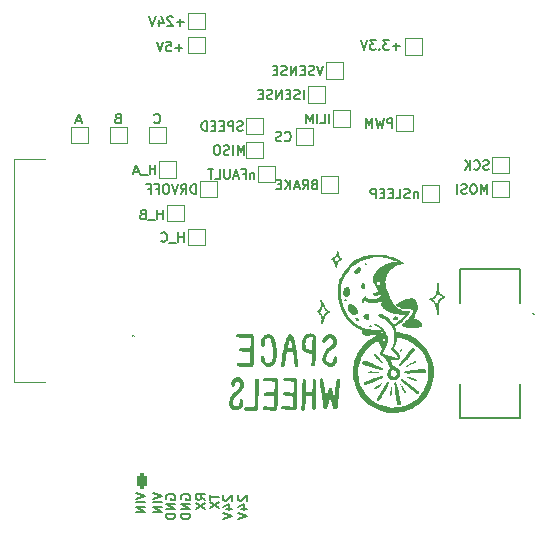
<source format=gbr>
G04 #@! TF.GenerationSoftware,KiCad,Pcbnew,8.0.8*
G04 #@! TF.CreationDate,2025-02-05T10:03:22-05:00*
G04 #@! TF.ProjectId,RW_board,52575f62-6f61-4726-942e-6b696361645f,rev?*
G04 #@! TF.SameCoordinates,Original*
G04 #@! TF.FileFunction,Legend,Bot*
G04 #@! TF.FilePolarity,Positive*
%FSLAX46Y46*%
G04 Gerber Fmt 4.6, Leading zero omitted, Abs format (unit mm)*
G04 Created by KiCad (PCBNEW 8.0.8) date 2025-02-05 10:03:22*
%MOMM*%
%LPD*%
G01*
G04 APERTURE LIST*
G04 Aperture macros list*
%AMRoundRect*
0 Rectangle with rounded corners*
0 $1 Rounding radius*
0 $2 $3 $4 $5 $6 $7 $8 $9 X,Y pos of 4 corners*
0 Add a 4 corners polygon primitive as box body*
4,1,4,$2,$3,$4,$5,$6,$7,$8,$9,$2,$3,0*
0 Add four circle primitives for the rounded corners*
1,1,$1+$1,$2,$3*
1,1,$1+$1,$4,$5*
1,1,$1+$1,$6,$7*
1,1,$1+$1,$8,$9*
0 Add four rect primitives between the rounded corners*
20,1,$1+$1,$2,$3,$4,$5,0*
20,1,$1+$1,$4,$5,$6,$7,0*
20,1,$1+$1,$6,$7,$8,$9,0*
20,1,$1+$1,$8,$9,$2,$3,0*%
G04 Aperture macros list end*
%ADD10C,0.200000*%
%ADD11C,0.150000*%
%ADD12C,0.000000*%
%ADD13C,0.100000*%
%ADD14C,0.120000*%
%ADD15C,0.800000*%
%ADD16C,7.000000*%
%ADD17C,6.400000*%
%ADD18RoundRect,0.200000X-0.200000X-0.450000X0.200000X-0.450000X0.200000X0.450000X-0.200000X0.450000X0*%
%ADD19O,0.800000X1.300000*%
%ADD20C,0.650000*%
%ADD21O,1.204000X2.304000*%
%ADD22O,1.204000X2.004000*%
%ADD23R,2.400000X0.760000*%
%ADD24R,1.000000X1.000000*%
%ADD25R,2.000000X0.610000*%
%ADD26R,3.600000X2.680000*%
G04 APERTURE END LIST*
D10*
X139045695Y-118317768D02*
X139845695Y-118584435D01*
X139845695Y-118584435D02*
X139045695Y-118851101D01*
X139845695Y-119117768D02*
X139045695Y-119117768D01*
X139845695Y-119498720D02*
X139045695Y-119498720D01*
X139045695Y-119498720D02*
X139845695Y-119955863D01*
X139845695Y-119955863D02*
X139045695Y-119955863D01*
D11*
X141696839Y-78456533D02*
X141087316Y-78456533D01*
X141392077Y-78761295D02*
X141392077Y-78151771D01*
X140744459Y-78037485D02*
X140706363Y-77999390D01*
X140706363Y-77999390D02*
X140630173Y-77961295D01*
X140630173Y-77961295D02*
X140439697Y-77961295D01*
X140439697Y-77961295D02*
X140363506Y-77999390D01*
X140363506Y-77999390D02*
X140325411Y-78037485D01*
X140325411Y-78037485D02*
X140287316Y-78113676D01*
X140287316Y-78113676D02*
X140287316Y-78189866D01*
X140287316Y-78189866D02*
X140325411Y-78304152D01*
X140325411Y-78304152D02*
X140782554Y-78761295D01*
X140782554Y-78761295D02*
X140287316Y-78761295D01*
X139601601Y-78227961D02*
X139601601Y-78761295D01*
X139792077Y-77923200D02*
X139982554Y-78494628D01*
X139982554Y-78494628D02*
X139487315Y-78494628D01*
X139296839Y-77961295D02*
X139030172Y-78761295D01*
X139030172Y-78761295D02*
X138763506Y-77961295D01*
X141696839Y-97049295D02*
X141696839Y-96249295D01*
X141696839Y-96630247D02*
X141239696Y-96630247D01*
X141239696Y-97049295D02*
X141239696Y-96249295D01*
X141049221Y-97125485D02*
X140439697Y-97125485D01*
X139792077Y-96973104D02*
X139830173Y-97011200D01*
X139830173Y-97011200D02*
X139944458Y-97049295D01*
X139944458Y-97049295D02*
X140020649Y-97049295D01*
X140020649Y-97049295D02*
X140134935Y-97011200D01*
X140134935Y-97011200D02*
X140211125Y-96935009D01*
X140211125Y-96935009D02*
X140249220Y-96858819D01*
X140249220Y-96858819D02*
X140287316Y-96706438D01*
X140287316Y-96706438D02*
X140287316Y-96592152D01*
X140287316Y-96592152D02*
X140249220Y-96439771D01*
X140249220Y-96439771D02*
X140211125Y-96363580D01*
X140211125Y-96363580D02*
X140134935Y-96287390D01*
X140134935Y-96287390D02*
X140020649Y-96249295D01*
X140020649Y-96249295D02*
X139944458Y-96249295D01*
X139944458Y-96249295D02*
X139830173Y-96287390D01*
X139830173Y-96287390D02*
X139792077Y-96325485D01*
X167515935Y-90915200D02*
X167401649Y-90953295D01*
X167401649Y-90953295D02*
X167211173Y-90953295D01*
X167211173Y-90953295D02*
X167134982Y-90915200D01*
X167134982Y-90915200D02*
X167096887Y-90877104D01*
X167096887Y-90877104D02*
X167058792Y-90800914D01*
X167058792Y-90800914D02*
X167058792Y-90724723D01*
X167058792Y-90724723D02*
X167096887Y-90648533D01*
X167096887Y-90648533D02*
X167134982Y-90610438D01*
X167134982Y-90610438D02*
X167211173Y-90572342D01*
X167211173Y-90572342D02*
X167363554Y-90534247D01*
X167363554Y-90534247D02*
X167439744Y-90496152D01*
X167439744Y-90496152D02*
X167477839Y-90458057D01*
X167477839Y-90458057D02*
X167515935Y-90381866D01*
X167515935Y-90381866D02*
X167515935Y-90305676D01*
X167515935Y-90305676D02*
X167477839Y-90229485D01*
X167477839Y-90229485D02*
X167439744Y-90191390D01*
X167439744Y-90191390D02*
X167363554Y-90153295D01*
X167363554Y-90153295D02*
X167173077Y-90153295D01*
X167173077Y-90153295D02*
X167058792Y-90191390D01*
X166258791Y-90877104D02*
X166296887Y-90915200D01*
X166296887Y-90915200D02*
X166411172Y-90953295D01*
X166411172Y-90953295D02*
X166487363Y-90953295D01*
X166487363Y-90953295D02*
X166601649Y-90915200D01*
X166601649Y-90915200D02*
X166677839Y-90839009D01*
X166677839Y-90839009D02*
X166715934Y-90762819D01*
X166715934Y-90762819D02*
X166754030Y-90610438D01*
X166754030Y-90610438D02*
X166754030Y-90496152D01*
X166754030Y-90496152D02*
X166715934Y-90343771D01*
X166715934Y-90343771D02*
X166677839Y-90267580D01*
X166677839Y-90267580D02*
X166601649Y-90191390D01*
X166601649Y-90191390D02*
X166487363Y-90153295D01*
X166487363Y-90153295D02*
X166411172Y-90153295D01*
X166411172Y-90153295D02*
X166296887Y-90191390D01*
X166296887Y-90191390D02*
X166258791Y-90229485D01*
X165915934Y-90953295D02*
X165915934Y-90153295D01*
X165458791Y-90953295D02*
X165801649Y-90496152D01*
X165458791Y-90153295D02*
X165915934Y-90610438D01*
X159984839Y-80488533D02*
X159375316Y-80488533D01*
X159680077Y-80793295D02*
X159680077Y-80183771D01*
X159070554Y-79993295D02*
X158575316Y-79993295D01*
X158575316Y-79993295D02*
X158841982Y-80298057D01*
X158841982Y-80298057D02*
X158727697Y-80298057D01*
X158727697Y-80298057D02*
X158651506Y-80336152D01*
X158651506Y-80336152D02*
X158613411Y-80374247D01*
X158613411Y-80374247D02*
X158575316Y-80450438D01*
X158575316Y-80450438D02*
X158575316Y-80640914D01*
X158575316Y-80640914D02*
X158613411Y-80717104D01*
X158613411Y-80717104D02*
X158651506Y-80755200D01*
X158651506Y-80755200D02*
X158727697Y-80793295D01*
X158727697Y-80793295D02*
X158956268Y-80793295D01*
X158956268Y-80793295D02*
X159032459Y-80755200D01*
X159032459Y-80755200D02*
X159070554Y-80717104D01*
X158232458Y-80717104D02*
X158194363Y-80755200D01*
X158194363Y-80755200D02*
X158232458Y-80793295D01*
X158232458Y-80793295D02*
X158270554Y-80755200D01*
X158270554Y-80755200D02*
X158232458Y-80717104D01*
X158232458Y-80717104D02*
X158232458Y-80793295D01*
X157927697Y-79993295D02*
X157432459Y-79993295D01*
X157432459Y-79993295D02*
X157699125Y-80298057D01*
X157699125Y-80298057D02*
X157584840Y-80298057D01*
X157584840Y-80298057D02*
X157508649Y-80336152D01*
X157508649Y-80336152D02*
X157470554Y-80374247D01*
X157470554Y-80374247D02*
X157432459Y-80450438D01*
X157432459Y-80450438D02*
X157432459Y-80640914D01*
X157432459Y-80640914D02*
X157470554Y-80717104D01*
X157470554Y-80717104D02*
X157508649Y-80755200D01*
X157508649Y-80755200D02*
X157584840Y-80793295D01*
X157584840Y-80793295D02*
X157813411Y-80793295D01*
X157813411Y-80793295D02*
X157889602Y-80755200D01*
X157889602Y-80755200D02*
X157927697Y-80717104D01*
X157203887Y-79993295D02*
X156937220Y-80793295D01*
X156937220Y-80793295D02*
X156670554Y-79993295D01*
X132971935Y-86787723D02*
X132590982Y-86787723D01*
X133048125Y-87016295D02*
X132781458Y-86216295D01*
X132781458Y-86216295D02*
X132514792Y-87016295D01*
X167350839Y-92985295D02*
X167350839Y-92185295D01*
X167350839Y-92185295D02*
X167084173Y-92756723D01*
X167084173Y-92756723D02*
X166817506Y-92185295D01*
X166817506Y-92185295D02*
X166817506Y-92985295D01*
X166284172Y-92185295D02*
X166131791Y-92185295D01*
X166131791Y-92185295D02*
X166055601Y-92223390D01*
X166055601Y-92223390D02*
X165979410Y-92299580D01*
X165979410Y-92299580D02*
X165941315Y-92451961D01*
X165941315Y-92451961D02*
X165941315Y-92718628D01*
X165941315Y-92718628D02*
X165979410Y-92871009D01*
X165979410Y-92871009D02*
X166055601Y-92947200D01*
X166055601Y-92947200D02*
X166131791Y-92985295D01*
X166131791Y-92985295D02*
X166284172Y-92985295D01*
X166284172Y-92985295D02*
X166360363Y-92947200D01*
X166360363Y-92947200D02*
X166436553Y-92871009D01*
X166436553Y-92871009D02*
X166474649Y-92718628D01*
X166474649Y-92718628D02*
X166474649Y-92451961D01*
X166474649Y-92451961D02*
X166436553Y-92299580D01*
X166436553Y-92299580D02*
X166360363Y-92223390D01*
X166360363Y-92223390D02*
X166284172Y-92185295D01*
X165636554Y-92947200D02*
X165522268Y-92985295D01*
X165522268Y-92985295D02*
X165331792Y-92985295D01*
X165331792Y-92985295D02*
X165255601Y-92947200D01*
X165255601Y-92947200D02*
X165217506Y-92909104D01*
X165217506Y-92909104D02*
X165179411Y-92832914D01*
X165179411Y-92832914D02*
X165179411Y-92756723D01*
X165179411Y-92756723D02*
X165217506Y-92680533D01*
X165217506Y-92680533D02*
X165255601Y-92642438D01*
X165255601Y-92642438D02*
X165331792Y-92604342D01*
X165331792Y-92604342D02*
X165484173Y-92566247D01*
X165484173Y-92566247D02*
X165560363Y-92528152D01*
X165560363Y-92528152D02*
X165598458Y-92490057D01*
X165598458Y-92490057D02*
X165636554Y-92413866D01*
X165636554Y-92413866D02*
X165636554Y-92337676D01*
X165636554Y-92337676D02*
X165598458Y-92261485D01*
X165598458Y-92261485D02*
X165560363Y-92223390D01*
X165560363Y-92223390D02*
X165484173Y-92185295D01*
X165484173Y-92185295D02*
X165293696Y-92185295D01*
X165293696Y-92185295D02*
X165179411Y-92223390D01*
X164836553Y-92985295D02*
X164836553Y-92185295D01*
D10*
X140226790Y-118851101D02*
X140188695Y-118774911D01*
X140188695Y-118774911D02*
X140188695Y-118660625D01*
X140188695Y-118660625D02*
X140226790Y-118546339D01*
X140226790Y-118546339D02*
X140302980Y-118470149D01*
X140302980Y-118470149D02*
X140379171Y-118432054D01*
X140379171Y-118432054D02*
X140531552Y-118393958D01*
X140531552Y-118393958D02*
X140645838Y-118393958D01*
X140645838Y-118393958D02*
X140798219Y-118432054D01*
X140798219Y-118432054D02*
X140874409Y-118470149D01*
X140874409Y-118470149D02*
X140950600Y-118546339D01*
X140950600Y-118546339D02*
X140988695Y-118660625D01*
X140988695Y-118660625D02*
X140988695Y-118736816D01*
X140988695Y-118736816D02*
X140950600Y-118851101D01*
X140950600Y-118851101D02*
X140912504Y-118889197D01*
X140912504Y-118889197D02*
X140645838Y-118889197D01*
X140645838Y-118889197D02*
X140645838Y-118736816D01*
X140988695Y-119232054D02*
X140188695Y-119232054D01*
X140188695Y-119232054D02*
X140988695Y-119689197D01*
X140988695Y-119689197D02*
X140188695Y-119689197D01*
X140988695Y-120070149D02*
X140188695Y-120070149D01*
X140188695Y-120070149D02*
X140188695Y-120260625D01*
X140188695Y-120260625D02*
X140226790Y-120374911D01*
X140226790Y-120374911D02*
X140302980Y-120451101D01*
X140302980Y-120451101D02*
X140379171Y-120489196D01*
X140379171Y-120489196D02*
X140531552Y-120527292D01*
X140531552Y-120527292D02*
X140645838Y-120527292D01*
X140645838Y-120527292D02*
X140798219Y-120489196D01*
X140798219Y-120489196D02*
X140874409Y-120451101D01*
X140874409Y-120451101D02*
X140950600Y-120374911D01*
X140950600Y-120374911D02*
X140988695Y-120260625D01*
X140988695Y-120260625D02*
X140988695Y-120070149D01*
X141496790Y-118851101D02*
X141458695Y-118774911D01*
X141458695Y-118774911D02*
X141458695Y-118660625D01*
X141458695Y-118660625D02*
X141496790Y-118546339D01*
X141496790Y-118546339D02*
X141572980Y-118470149D01*
X141572980Y-118470149D02*
X141649171Y-118432054D01*
X141649171Y-118432054D02*
X141801552Y-118393958D01*
X141801552Y-118393958D02*
X141915838Y-118393958D01*
X141915838Y-118393958D02*
X142068219Y-118432054D01*
X142068219Y-118432054D02*
X142144409Y-118470149D01*
X142144409Y-118470149D02*
X142220600Y-118546339D01*
X142220600Y-118546339D02*
X142258695Y-118660625D01*
X142258695Y-118660625D02*
X142258695Y-118736816D01*
X142258695Y-118736816D02*
X142220600Y-118851101D01*
X142220600Y-118851101D02*
X142182504Y-118889197D01*
X142182504Y-118889197D02*
X141915838Y-118889197D01*
X141915838Y-118889197D02*
X141915838Y-118736816D01*
X142258695Y-119232054D02*
X141458695Y-119232054D01*
X141458695Y-119232054D02*
X142258695Y-119689197D01*
X142258695Y-119689197D02*
X141458695Y-119689197D01*
X142258695Y-120070149D02*
X141458695Y-120070149D01*
X141458695Y-120070149D02*
X141458695Y-120260625D01*
X141458695Y-120260625D02*
X141496790Y-120374911D01*
X141496790Y-120374911D02*
X141572980Y-120451101D01*
X141572980Y-120451101D02*
X141649171Y-120489196D01*
X141649171Y-120489196D02*
X141801552Y-120527292D01*
X141801552Y-120527292D02*
X141915838Y-120527292D01*
X141915838Y-120527292D02*
X142068219Y-120489196D01*
X142068219Y-120489196D02*
X142144409Y-120451101D01*
X142144409Y-120451101D02*
X142220600Y-120374911D01*
X142220600Y-120374911D02*
X142258695Y-120260625D01*
X142258695Y-120260625D02*
X142258695Y-120070149D01*
D11*
X142712839Y-92985295D02*
X142712839Y-92185295D01*
X142712839Y-92185295D02*
X142522363Y-92185295D01*
X142522363Y-92185295D02*
X142408077Y-92223390D01*
X142408077Y-92223390D02*
X142331887Y-92299580D01*
X142331887Y-92299580D02*
X142293792Y-92375771D01*
X142293792Y-92375771D02*
X142255696Y-92528152D01*
X142255696Y-92528152D02*
X142255696Y-92642438D01*
X142255696Y-92642438D02*
X142293792Y-92794819D01*
X142293792Y-92794819D02*
X142331887Y-92871009D01*
X142331887Y-92871009D02*
X142408077Y-92947200D01*
X142408077Y-92947200D02*
X142522363Y-92985295D01*
X142522363Y-92985295D02*
X142712839Y-92985295D01*
X141455696Y-92985295D02*
X141722363Y-92604342D01*
X141912839Y-92985295D02*
X141912839Y-92185295D01*
X141912839Y-92185295D02*
X141608077Y-92185295D01*
X141608077Y-92185295D02*
X141531887Y-92223390D01*
X141531887Y-92223390D02*
X141493792Y-92261485D01*
X141493792Y-92261485D02*
X141455696Y-92337676D01*
X141455696Y-92337676D02*
X141455696Y-92451961D01*
X141455696Y-92451961D02*
X141493792Y-92528152D01*
X141493792Y-92528152D02*
X141531887Y-92566247D01*
X141531887Y-92566247D02*
X141608077Y-92604342D01*
X141608077Y-92604342D02*
X141912839Y-92604342D01*
X141227125Y-92185295D02*
X140960458Y-92985295D01*
X140960458Y-92985295D02*
X140693792Y-92185295D01*
X140274744Y-92185295D02*
X140122363Y-92185295D01*
X140122363Y-92185295D02*
X140046173Y-92223390D01*
X140046173Y-92223390D02*
X139969982Y-92299580D01*
X139969982Y-92299580D02*
X139931887Y-92451961D01*
X139931887Y-92451961D02*
X139931887Y-92718628D01*
X139931887Y-92718628D02*
X139969982Y-92871009D01*
X139969982Y-92871009D02*
X140046173Y-92947200D01*
X140046173Y-92947200D02*
X140122363Y-92985295D01*
X140122363Y-92985295D02*
X140274744Y-92985295D01*
X140274744Y-92985295D02*
X140350935Y-92947200D01*
X140350935Y-92947200D02*
X140427125Y-92871009D01*
X140427125Y-92871009D02*
X140465221Y-92718628D01*
X140465221Y-92718628D02*
X140465221Y-92451961D01*
X140465221Y-92451961D02*
X140427125Y-92299580D01*
X140427125Y-92299580D02*
X140350935Y-92223390D01*
X140350935Y-92223390D02*
X140274744Y-92185295D01*
X139322364Y-92566247D02*
X139589030Y-92566247D01*
X139589030Y-92985295D02*
X139589030Y-92185295D01*
X139589030Y-92185295D02*
X139208078Y-92185295D01*
X138636650Y-92566247D02*
X138903316Y-92566247D01*
X138903316Y-92985295D02*
X138903316Y-92185295D01*
X138903316Y-92185295D02*
X138522364Y-92185295D01*
X161508839Y-92832961D02*
X161508839Y-93366295D01*
X161508839Y-92909152D02*
X161470744Y-92871057D01*
X161470744Y-92871057D02*
X161394554Y-92832961D01*
X161394554Y-92832961D02*
X161280268Y-92832961D01*
X161280268Y-92832961D02*
X161204077Y-92871057D01*
X161204077Y-92871057D02*
X161165982Y-92947247D01*
X161165982Y-92947247D02*
X161165982Y-93366295D01*
X160823125Y-93328200D02*
X160708839Y-93366295D01*
X160708839Y-93366295D02*
X160518363Y-93366295D01*
X160518363Y-93366295D02*
X160442172Y-93328200D01*
X160442172Y-93328200D02*
X160404077Y-93290104D01*
X160404077Y-93290104D02*
X160365982Y-93213914D01*
X160365982Y-93213914D02*
X160365982Y-93137723D01*
X160365982Y-93137723D02*
X160404077Y-93061533D01*
X160404077Y-93061533D02*
X160442172Y-93023438D01*
X160442172Y-93023438D02*
X160518363Y-92985342D01*
X160518363Y-92985342D02*
X160670744Y-92947247D01*
X160670744Y-92947247D02*
X160746934Y-92909152D01*
X160746934Y-92909152D02*
X160785029Y-92871057D01*
X160785029Y-92871057D02*
X160823125Y-92794866D01*
X160823125Y-92794866D02*
X160823125Y-92718676D01*
X160823125Y-92718676D02*
X160785029Y-92642485D01*
X160785029Y-92642485D02*
X160746934Y-92604390D01*
X160746934Y-92604390D02*
X160670744Y-92566295D01*
X160670744Y-92566295D02*
X160480267Y-92566295D01*
X160480267Y-92566295D02*
X160365982Y-92604390D01*
X159642172Y-93366295D02*
X160023124Y-93366295D01*
X160023124Y-93366295D02*
X160023124Y-92566295D01*
X159375505Y-92947247D02*
X159108839Y-92947247D01*
X158994553Y-93366295D02*
X159375505Y-93366295D01*
X159375505Y-93366295D02*
X159375505Y-92566295D01*
X159375505Y-92566295D02*
X158994553Y-92566295D01*
X158651695Y-92947247D02*
X158385029Y-92947247D01*
X158270743Y-93366295D02*
X158651695Y-93366295D01*
X158651695Y-93366295D02*
X158651695Y-92566295D01*
X158651695Y-92566295D02*
X158270743Y-92566295D01*
X157927885Y-93366295D02*
X157927885Y-92566295D01*
X157927885Y-92566295D02*
X157623123Y-92566295D01*
X157623123Y-92566295D02*
X157546933Y-92604390D01*
X157546933Y-92604390D02*
X157508838Y-92642485D01*
X157508838Y-92642485D02*
X157470742Y-92718676D01*
X157470742Y-92718676D02*
X157470742Y-92832961D01*
X157470742Y-92832961D02*
X157508838Y-92909152D01*
X157508838Y-92909152D02*
X157546933Y-92947247D01*
X157546933Y-92947247D02*
X157623123Y-92985342D01*
X157623123Y-92985342D02*
X157927885Y-92985342D01*
D10*
X146360885Y-118520958D02*
X146322790Y-118559054D01*
X146322790Y-118559054D02*
X146284695Y-118635244D01*
X146284695Y-118635244D02*
X146284695Y-118825720D01*
X146284695Y-118825720D02*
X146322790Y-118901911D01*
X146322790Y-118901911D02*
X146360885Y-118940006D01*
X146360885Y-118940006D02*
X146437076Y-118978101D01*
X146437076Y-118978101D02*
X146513266Y-118978101D01*
X146513266Y-118978101D02*
X146627552Y-118940006D01*
X146627552Y-118940006D02*
X147084695Y-118482863D01*
X147084695Y-118482863D02*
X147084695Y-118978101D01*
X146551361Y-119663816D02*
X147084695Y-119663816D01*
X146246600Y-119473340D02*
X146818028Y-119282863D01*
X146818028Y-119282863D02*
X146818028Y-119778102D01*
X146284695Y-119968578D02*
X147084695Y-120235245D01*
X147084695Y-120235245D02*
X146284695Y-120501911D01*
D11*
X150256696Y-88464104D02*
X150294792Y-88502200D01*
X150294792Y-88502200D02*
X150409077Y-88540295D01*
X150409077Y-88540295D02*
X150485268Y-88540295D01*
X150485268Y-88540295D02*
X150599554Y-88502200D01*
X150599554Y-88502200D02*
X150675744Y-88426009D01*
X150675744Y-88426009D02*
X150713839Y-88349819D01*
X150713839Y-88349819D02*
X150751935Y-88197438D01*
X150751935Y-88197438D02*
X150751935Y-88083152D01*
X150751935Y-88083152D02*
X150713839Y-87930771D01*
X150713839Y-87930771D02*
X150675744Y-87854580D01*
X150675744Y-87854580D02*
X150599554Y-87778390D01*
X150599554Y-87778390D02*
X150485268Y-87740295D01*
X150485268Y-87740295D02*
X150409077Y-87740295D01*
X150409077Y-87740295D02*
X150294792Y-87778390D01*
X150294792Y-87778390D02*
X150256696Y-87816485D01*
X149951935Y-88502200D02*
X149837649Y-88540295D01*
X149837649Y-88540295D02*
X149647173Y-88540295D01*
X149647173Y-88540295D02*
X149570982Y-88502200D01*
X149570982Y-88502200D02*
X149532887Y-88464104D01*
X149532887Y-88464104D02*
X149494792Y-88387914D01*
X149494792Y-88387914D02*
X149494792Y-88311723D01*
X149494792Y-88311723D02*
X149532887Y-88235533D01*
X149532887Y-88235533D02*
X149570982Y-88197438D01*
X149570982Y-88197438D02*
X149647173Y-88159342D01*
X149647173Y-88159342D02*
X149799554Y-88121247D01*
X149799554Y-88121247D02*
X149875744Y-88083152D01*
X149875744Y-88083152D02*
X149913839Y-88045057D01*
X149913839Y-88045057D02*
X149951935Y-87968866D01*
X149951935Y-87968866D02*
X149951935Y-87892676D01*
X149951935Y-87892676D02*
X149913839Y-87816485D01*
X149913839Y-87816485D02*
X149875744Y-87778390D01*
X149875744Y-87778390D02*
X149799554Y-87740295D01*
X149799554Y-87740295D02*
X149609077Y-87740295D01*
X149609077Y-87740295D02*
X149494792Y-87778390D01*
X146776839Y-89683295D02*
X146776839Y-88883295D01*
X146776839Y-88883295D02*
X146510173Y-89454723D01*
X146510173Y-89454723D02*
X146243506Y-88883295D01*
X146243506Y-88883295D02*
X146243506Y-89683295D01*
X145862553Y-89683295D02*
X145862553Y-88883295D01*
X145519697Y-89645200D02*
X145405411Y-89683295D01*
X145405411Y-89683295D02*
X145214935Y-89683295D01*
X145214935Y-89683295D02*
X145138744Y-89645200D01*
X145138744Y-89645200D02*
X145100649Y-89607104D01*
X145100649Y-89607104D02*
X145062554Y-89530914D01*
X145062554Y-89530914D02*
X145062554Y-89454723D01*
X145062554Y-89454723D02*
X145100649Y-89378533D01*
X145100649Y-89378533D02*
X145138744Y-89340438D01*
X145138744Y-89340438D02*
X145214935Y-89302342D01*
X145214935Y-89302342D02*
X145367316Y-89264247D01*
X145367316Y-89264247D02*
X145443506Y-89226152D01*
X145443506Y-89226152D02*
X145481601Y-89188057D01*
X145481601Y-89188057D02*
X145519697Y-89111866D01*
X145519697Y-89111866D02*
X145519697Y-89035676D01*
X145519697Y-89035676D02*
X145481601Y-88959485D01*
X145481601Y-88959485D02*
X145443506Y-88921390D01*
X145443506Y-88921390D02*
X145367316Y-88883295D01*
X145367316Y-88883295D02*
X145176839Y-88883295D01*
X145176839Y-88883295D02*
X145062554Y-88921390D01*
X144567315Y-88883295D02*
X144414934Y-88883295D01*
X144414934Y-88883295D02*
X144338744Y-88921390D01*
X144338744Y-88921390D02*
X144262553Y-88997580D01*
X144262553Y-88997580D02*
X144224458Y-89149961D01*
X144224458Y-89149961D02*
X144224458Y-89416628D01*
X144224458Y-89416628D02*
X144262553Y-89569009D01*
X144262553Y-89569009D02*
X144338744Y-89645200D01*
X144338744Y-89645200D02*
X144414934Y-89683295D01*
X144414934Y-89683295D02*
X144567315Y-89683295D01*
X144567315Y-89683295D02*
X144643506Y-89645200D01*
X144643506Y-89645200D02*
X144719696Y-89569009D01*
X144719696Y-89569009D02*
X144757792Y-89416628D01*
X144757792Y-89416628D02*
X144757792Y-89149961D01*
X144757792Y-89149961D02*
X144719696Y-88997580D01*
X144719696Y-88997580D02*
X144643506Y-88921390D01*
X144643506Y-88921390D02*
X144567315Y-88883295D01*
X151856839Y-84984295D02*
X151856839Y-84184295D01*
X151513983Y-84946200D02*
X151399697Y-84984295D01*
X151399697Y-84984295D02*
X151209221Y-84984295D01*
X151209221Y-84984295D02*
X151133030Y-84946200D01*
X151133030Y-84946200D02*
X151094935Y-84908104D01*
X151094935Y-84908104D02*
X151056840Y-84831914D01*
X151056840Y-84831914D02*
X151056840Y-84755723D01*
X151056840Y-84755723D02*
X151094935Y-84679533D01*
X151094935Y-84679533D02*
X151133030Y-84641438D01*
X151133030Y-84641438D02*
X151209221Y-84603342D01*
X151209221Y-84603342D02*
X151361602Y-84565247D01*
X151361602Y-84565247D02*
X151437792Y-84527152D01*
X151437792Y-84527152D02*
X151475887Y-84489057D01*
X151475887Y-84489057D02*
X151513983Y-84412866D01*
X151513983Y-84412866D02*
X151513983Y-84336676D01*
X151513983Y-84336676D02*
X151475887Y-84260485D01*
X151475887Y-84260485D02*
X151437792Y-84222390D01*
X151437792Y-84222390D02*
X151361602Y-84184295D01*
X151361602Y-84184295D02*
X151171125Y-84184295D01*
X151171125Y-84184295D02*
X151056840Y-84222390D01*
X150713982Y-84565247D02*
X150447316Y-84565247D01*
X150333030Y-84984295D02*
X150713982Y-84984295D01*
X150713982Y-84984295D02*
X150713982Y-84184295D01*
X150713982Y-84184295D02*
X150333030Y-84184295D01*
X149990172Y-84984295D02*
X149990172Y-84184295D01*
X149990172Y-84184295D02*
X149533029Y-84984295D01*
X149533029Y-84984295D02*
X149533029Y-84184295D01*
X149190173Y-84946200D02*
X149075887Y-84984295D01*
X149075887Y-84984295D02*
X148885411Y-84984295D01*
X148885411Y-84984295D02*
X148809220Y-84946200D01*
X148809220Y-84946200D02*
X148771125Y-84908104D01*
X148771125Y-84908104D02*
X148733030Y-84831914D01*
X148733030Y-84831914D02*
X148733030Y-84755723D01*
X148733030Y-84755723D02*
X148771125Y-84679533D01*
X148771125Y-84679533D02*
X148809220Y-84641438D01*
X148809220Y-84641438D02*
X148885411Y-84603342D01*
X148885411Y-84603342D02*
X149037792Y-84565247D01*
X149037792Y-84565247D02*
X149113982Y-84527152D01*
X149113982Y-84527152D02*
X149152077Y-84489057D01*
X149152077Y-84489057D02*
X149190173Y-84412866D01*
X149190173Y-84412866D02*
X149190173Y-84336676D01*
X149190173Y-84336676D02*
X149152077Y-84260485D01*
X149152077Y-84260485D02*
X149113982Y-84222390D01*
X149113982Y-84222390D02*
X149037792Y-84184295D01*
X149037792Y-84184295D02*
X148847315Y-84184295D01*
X148847315Y-84184295D02*
X148733030Y-84222390D01*
X148390172Y-84565247D02*
X148123506Y-84565247D01*
X148009220Y-84984295D02*
X148390172Y-84984295D01*
X148390172Y-84984295D02*
X148390172Y-84184295D01*
X148390172Y-84184295D02*
X148009220Y-84184295D01*
D10*
X143871695Y-118444768D02*
X143871695Y-118901911D01*
X144671695Y-118673339D02*
X143871695Y-118673339D01*
X143871695Y-119092387D02*
X144671695Y-119625721D01*
X143871695Y-119625721D02*
X144671695Y-119092387D01*
D11*
X146687935Y-87613200D02*
X146573649Y-87651295D01*
X146573649Y-87651295D02*
X146383173Y-87651295D01*
X146383173Y-87651295D02*
X146306982Y-87613200D01*
X146306982Y-87613200D02*
X146268887Y-87575104D01*
X146268887Y-87575104D02*
X146230792Y-87498914D01*
X146230792Y-87498914D02*
X146230792Y-87422723D01*
X146230792Y-87422723D02*
X146268887Y-87346533D01*
X146268887Y-87346533D02*
X146306982Y-87308438D01*
X146306982Y-87308438D02*
X146383173Y-87270342D01*
X146383173Y-87270342D02*
X146535554Y-87232247D01*
X146535554Y-87232247D02*
X146611744Y-87194152D01*
X146611744Y-87194152D02*
X146649839Y-87156057D01*
X146649839Y-87156057D02*
X146687935Y-87079866D01*
X146687935Y-87079866D02*
X146687935Y-87003676D01*
X146687935Y-87003676D02*
X146649839Y-86927485D01*
X146649839Y-86927485D02*
X146611744Y-86889390D01*
X146611744Y-86889390D02*
X146535554Y-86851295D01*
X146535554Y-86851295D02*
X146345077Y-86851295D01*
X146345077Y-86851295D02*
X146230792Y-86889390D01*
X145887934Y-87651295D02*
X145887934Y-86851295D01*
X145887934Y-86851295D02*
X145583172Y-86851295D01*
X145583172Y-86851295D02*
X145506982Y-86889390D01*
X145506982Y-86889390D02*
X145468887Y-86927485D01*
X145468887Y-86927485D02*
X145430791Y-87003676D01*
X145430791Y-87003676D02*
X145430791Y-87117961D01*
X145430791Y-87117961D02*
X145468887Y-87194152D01*
X145468887Y-87194152D02*
X145506982Y-87232247D01*
X145506982Y-87232247D02*
X145583172Y-87270342D01*
X145583172Y-87270342D02*
X145887934Y-87270342D01*
X145087934Y-87232247D02*
X144821268Y-87232247D01*
X144706982Y-87651295D02*
X145087934Y-87651295D01*
X145087934Y-87651295D02*
X145087934Y-86851295D01*
X145087934Y-86851295D02*
X144706982Y-86851295D01*
X144364124Y-87232247D02*
X144097458Y-87232247D01*
X143983172Y-87651295D02*
X144364124Y-87651295D01*
X144364124Y-87651295D02*
X144364124Y-86851295D01*
X144364124Y-86851295D02*
X143983172Y-86851295D01*
X143640314Y-87651295D02*
X143640314Y-86851295D01*
X143640314Y-86851295D02*
X143449838Y-86851295D01*
X143449838Y-86851295D02*
X143335552Y-86889390D01*
X143335552Y-86889390D02*
X143259362Y-86965580D01*
X143259362Y-86965580D02*
X143221267Y-87041771D01*
X143221267Y-87041771D02*
X143183171Y-87194152D01*
X143183171Y-87194152D02*
X143183171Y-87308438D01*
X143183171Y-87308438D02*
X143221267Y-87460819D01*
X143221267Y-87460819D02*
X143259362Y-87537009D01*
X143259362Y-87537009D02*
X143335552Y-87613200D01*
X143335552Y-87613200D02*
X143449838Y-87651295D01*
X143449838Y-87651295D02*
X143640314Y-87651295D01*
X154015839Y-87016295D02*
X154015839Y-86216295D01*
X153253935Y-87016295D02*
X153634887Y-87016295D01*
X153634887Y-87016295D02*
X153634887Y-86216295D01*
X152987268Y-87016295D02*
X152987268Y-86216295D01*
X152606316Y-87016295D02*
X152606316Y-86216295D01*
X152606316Y-86216295D02*
X152339650Y-86787723D01*
X152339650Y-86787723D02*
X152072983Y-86216295D01*
X152072983Y-86216295D02*
X152072983Y-87016295D01*
X139207696Y-86940104D02*
X139245792Y-86978200D01*
X139245792Y-86978200D02*
X139360077Y-87016295D01*
X139360077Y-87016295D02*
X139436268Y-87016295D01*
X139436268Y-87016295D02*
X139550554Y-86978200D01*
X139550554Y-86978200D02*
X139626744Y-86902009D01*
X139626744Y-86902009D02*
X139664839Y-86825819D01*
X139664839Y-86825819D02*
X139702935Y-86673438D01*
X139702935Y-86673438D02*
X139702935Y-86559152D01*
X139702935Y-86559152D02*
X139664839Y-86406771D01*
X139664839Y-86406771D02*
X139626744Y-86330580D01*
X139626744Y-86330580D02*
X139550554Y-86254390D01*
X139550554Y-86254390D02*
X139436268Y-86216295D01*
X139436268Y-86216295D02*
X139360077Y-86216295D01*
X139360077Y-86216295D02*
X139245792Y-86254390D01*
X139245792Y-86254390D02*
X139207696Y-86292485D01*
D10*
X145090885Y-118520958D02*
X145052790Y-118559054D01*
X145052790Y-118559054D02*
X145014695Y-118635244D01*
X145014695Y-118635244D02*
X145014695Y-118825720D01*
X145014695Y-118825720D02*
X145052790Y-118901911D01*
X145052790Y-118901911D02*
X145090885Y-118940006D01*
X145090885Y-118940006D02*
X145167076Y-118978101D01*
X145167076Y-118978101D02*
X145243266Y-118978101D01*
X145243266Y-118978101D02*
X145357552Y-118940006D01*
X145357552Y-118940006D02*
X145814695Y-118482863D01*
X145814695Y-118482863D02*
X145814695Y-118978101D01*
X145281361Y-119663816D02*
X145814695Y-119663816D01*
X144976600Y-119473340D02*
X145548028Y-119282863D01*
X145548028Y-119282863D02*
X145548028Y-119778102D01*
X145014695Y-119968578D02*
X145814695Y-120235245D01*
X145814695Y-120235245D02*
X145014695Y-120501911D01*
D11*
X141569839Y-80615533D02*
X140960316Y-80615533D01*
X141265077Y-80920295D02*
X141265077Y-80310771D01*
X140198411Y-80120295D02*
X140579363Y-80120295D01*
X140579363Y-80120295D02*
X140617459Y-80501247D01*
X140617459Y-80501247D02*
X140579363Y-80463152D01*
X140579363Y-80463152D02*
X140503173Y-80425057D01*
X140503173Y-80425057D02*
X140312697Y-80425057D01*
X140312697Y-80425057D02*
X140236506Y-80463152D01*
X140236506Y-80463152D02*
X140198411Y-80501247D01*
X140198411Y-80501247D02*
X140160316Y-80577438D01*
X140160316Y-80577438D02*
X140160316Y-80767914D01*
X140160316Y-80767914D02*
X140198411Y-80844104D01*
X140198411Y-80844104D02*
X140236506Y-80882200D01*
X140236506Y-80882200D02*
X140312697Y-80920295D01*
X140312697Y-80920295D02*
X140503173Y-80920295D01*
X140503173Y-80920295D02*
X140579363Y-80882200D01*
X140579363Y-80882200D02*
X140617459Y-80844104D01*
X139931744Y-80120295D02*
X139665077Y-80920295D01*
X139665077Y-80920295D02*
X139398411Y-80120295D01*
X147665839Y-91181961D02*
X147665839Y-91715295D01*
X147665839Y-91258152D02*
X147627744Y-91220057D01*
X147627744Y-91220057D02*
X147551554Y-91181961D01*
X147551554Y-91181961D02*
X147437268Y-91181961D01*
X147437268Y-91181961D02*
X147361077Y-91220057D01*
X147361077Y-91220057D02*
X147322982Y-91296247D01*
X147322982Y-91296247D02*
X147322982Y-91715295D01*
X146675363Y-91296247D02*
X146942029Y-91296247D01*
X146942029Y-91715295D02*
X146942029Y-90915295D01*
X146942029Y-90915295D02*
X146561077Y-90915295D01*
X146294411Y-91486723D02*
X145913458Y-91486723D01*
X146370601Y-91715295D02*
X146103934Y-90915295D01*
X146103934Y-90915295D02*
X145837268Y-91715295D01*
X145570601Y-90915295D02*
X145570601Y-91562914D01*
X145570601Y-91562914D02*
X145532506Y-91639104D01*
X145532506Y-91639104D02*
X145494411Y-91677200D01*
X145494411Y-91677200D02*
X145418220Y-91715295D01*
X145418220Y-91715295D02*
X145265839Y-91715295D01*
X145265839Y-91715295D02*
X145189649Y-91677200D01*
X145189649Y-91677200D02*
X145151554Y-91639104D01*
X145151554Y-91639104D02*
X145113458Y-91562914D01*
X145113458Y-91562914D02*
X145113458Y-90915295D01*
X144351554Y-91715295D02*
X144732506Y-91715295D01*
X144732506Y-91715295D02*
X144732506Y-90915295D01*
X144199173Y-90915295D02*
X143742030Y-90915295D01*
X143970602Y-91715295D02*
X143970602Y-90915295D01*
X152733173Y-92185247D02*
X152618887Y-92223342D01*
X152618887Y-92223342D02*
X152580792Y-92261438D01*
X152580792Y-92261438D02*
X152542696Y-92337628D01*
X152542696Y-92337628D02*
X152542696Y-92451914D01*
X152542696Y-92451914D02*
X152580792Y-92528104D01*
X152580792Y-92528104D02*
X152618887Y-92566200D01*
X152618887Y-92566200D02*
X152695077Y-92604295D01*
X152695077Y-92604295D02*
X152999839Y-92604295D01*
X152999839Y-92604295D02*
X152999839Y-91804295D01*
X152999839Y-91804295D02*
X152733173Y-91804295D01*
X152733173Y-91804295D02*
X152656982Y-91842390D01*
X152656982Y-91842390D02*
X152618887Y-91880485D01*
X152618887Y-91880485D02*
X152580792Y-91956676D01*
X152580792Y-91956676D02*
X152580792Y-92032866D01*
X152580792Y-92032866D02*
X152618887Y-92109057D01*
X152618887Y-92109057D02*
X152656982Y-92147152D01*
X152656982Y-92147152D02*
X152733173Y-92185247D01*
X152733173Y-92185247D02*
X152999839Y-92185247D01*
X151742696Y-92604295D02*
X152009363Y-92223342D01*
X152199839Y-92604295D02*
X152199839Y-91804295D01*
X152199839Y-91804295D02*
X151895077Y-91804295D01*
X151895077Y-91804295D02*
X151818887Y-91842390D01*
X151818887Y-91842390D02*
X151780792Y-91880485D01*
X151780792Y-91880485D02*
X151742696Y-91956676D01*
X151742696Y-91956676D02*
X151742696Y-92070961D01*
X151742696Y-92070961D02*
X151780792Y-92147152D01*
X151780792Y-92147152D02*
X151818887Y-92185247D01*
X151818887Y-92185247D02*
X151895077Y-92223342D01*
X151895077Y-92223342D02*
X152199839Y-92223342D01*
X151437935Y-92375723D02*
X151056982Y-92375723D01*
X151514125Y-92604295D02*
X151247458Y-91804295D01*
X151247458Y-91804295D02*
X150980792Y-92604295D01*
X150714125Y-92604295D02*
X150714125Y-91804295D01*
X150256982Y-92604295D02*
X150599840Y-92147152D01*
X150256982Y-91804295D02*
X150714125Y-92261438D01*
X149914125Y-92185247D02*
X149647459Y-92185247D01*
X149533173Y-92604295D02*
X149914125Y-92604295D01*
X149914125Y-92604295D02*
X149914125Y-91804295D01*
X149914125Y-91804295D02*
X149533173Y-91804295D01*
X136096173Y-86597247D02*
X135981887Y-86635342D01*
X135981887Y-86635342D02*
X135943792Y-86673438D01*
X135943792Y-86673438D02*
X135905696Y-86749628D01*
X135905696Y-86749628D02*
X135905696Y-86863914D01*
X135905696Y-86863914D02*
X135943792Y-86940104D01*
X135943792Y-86940104D02*
X135981887Y-86978200D01*
X135981887Y-86978200D02*
X136058077Y-87016295D01*
X136058077Y-87016295D02*
X136362839Y-87016295D01*
X136362839Y-87016295D02*
X136362839Y-86216295D01*
X136362839Y-86216295D02*
X136096173Y-86216295D01*
X136096173Y-86216295D02*
X136019982Y-86254390D01*
X136019982Y-86254390D02*
X135981887Y-86292485D01*
X135981887Y-86292485D02*
X135943792Y-86368676D01*
X135943792Y-86368676D02*
X135943792Y-86444866D01*
X135943792Y-86444866D02*
X135981887Y-86521057D01*
X135981887Y-86521057D02*
X136019982Y-86559152D01*
X136019982Y-86559152D02*
X136096173Y-86597247D01*
X136096173Y-86597247D02*
X136362839Y-86597247D01*
D10*
X137648695Y-118317768D02*
X138448695Y-118584435D01*
X138448695Y-118584435D02*
X137648695Y-118851101D01*
X138448695Y-119117768D02*
X137648695Y-119117768D01*
X138448695Y-119498720D02*
X137648695Y-119498720D01*
X137648695Y-119498720D02*
X138448695Y-119955863D01*
X138448695Y-119955863D02*
X137648695Y-119955863D01*
D11*
X139283839Y-91334295D02*
X139283839Y-90534295D01*
X139283839Y-90915247D02*
X138826696Y-90915247D01*
X138826696Y-91334295D02*
X138826696Y-90534295D01*
X138636221Y-91410485D02*
X138026697Y-91410485D01*
X137874316Y-91105723D02*
X137493363Y-91105723D01*
X137950506Y-91334295D02*
X137683839Y-90534295D01*
X137683839Y-90534295D02*
X137417173Y-91334295D01*
D10*
X143528695Y-118889197D02*
X143147742Y-118622530D01*
X143528695Y-118432054D02*
X142728695Y-118432054D01*
X142728695Y-118432054D02*
X142728695Y-118736816D01*
X142728695Y-118736816D02*
X142766790Y-118813006D01*
X142766790Y-118813006D02*
X142804885Y-118851101D01*
X142804885Y-118851101D02*
X142881076Y-118889197D01*
X142881076Y-118889197D02*
X142995361Y-118889197D01*
X142995361Y-118889197D02*
X143071552Y-118851101D01*
X143071552Y-118851101D02*
X143109647Y-118813006D01*
X143109647Y-118813006D02*
X143147742Y-118736816D01*
X143147742Y-118736816D02*
X143147742Y-118432054D01*
X142728695Y-119155863D02*
X143528695Y-119689197D01*
X142728695Y-119689197D02*
X143528695Y-119155863D01*
D11*
X139918839Y-95144295D02*
X139918839Y-94344295D01*
X139918839Y-94725247D02*
X139461696Y-94725247D01*
X139461696Y-95144295D02*
X139461696Y-94344295D01*
X139271221Y-95220485D02*
X138661697Y-95220485D01*
X138204554Y-94725247D02*
X138090268Y-94763342D01*
X138090268Y-94763342D02*
X138052173Y-94801438D01*
X138052173Y-94801438D02*
X138014077Y-94877628D01*
X138014077Y-94877628D02*
X138014077Y-94991914D01*
X138014077Y-94991914D02*
X138052173Y-95068104D01*
X138052173Y-95068104D02*
X138090268Y-95106200D01*
X138090268Y-95106200D02*
X138166458Y-95144295D01*
X138166458Y-95144295D02*
X138471220Y-95144295D01*
X138471220Y-95144295D02*
X138471220Y-94344295D01*
X138471220Y-94344295D02*
X138204554Y-94344295D01*
X138204554Y-94344295D02*
X138128363Y-94382390D01*
X138128363Y-94382390D02*
X138090268Y-94420485D01*
X138090268Y-94420485D02*
X138052173Y-94496676D01*
X138052173Y-94496676D02*
X138052173Y-94572866D01*
X138052173Y-94572866D02*
X138090268Y-94649057D01*
X138090268Y-94649057D02*
X138128363Y-94687152D01*
X138128363Y-94687152D02*
X138204554Y-94725247D01*
X138204554Y-94725247D02*
X138471220Y-94725247D01*
X153495125Y-82152295D02*
X153228458Y-82952295D01*
X153228458Y-82952295D02*
X152961792Y-82152295D01*
X152733221Y-82914200D02*
X152618935Y-82952295D01*
X152618935Y-82952295D02*
X152428459Y-82952295D01*
X152428459Y-82952295D02*
X152352268Y-82914200D01*
X152352268Y-82914200D02*
X152314173Y-82876104D01*
X152314173Y-82876104D02*
X152276078Y-82799914D01*
X152276078Y-82799914D02*
X152276078Y-82723723D01*
X152276078Y-82723723D02*
X152314173Y-82647533D01*
X152314173Y-82647533D02*
X152352268Y-82609438D01*
X152352268Y-82609438D02*
X152428459Y-82571342D01*
X152428459Y-82571342D02*
X152580840Y-82533247D01*
X152580840Y-82533247D02*
X152657030Y-82495152D01*
X152657030Y-82495152D02*
X152695125Y-82457057D01*
X152695125Y-82457057D02*
X152733221Y-82380866D01*
X152733221Y-82380866D02*
X152733221Y-82304676D01*
X152733221Y-82304676D02*
X152695125Y-82228485D01*
X152695125Y-82228485D02*
X152657030Y-82190390D01*
X152657030Y-82190390D02*
X152580840Y-82152295D01*
X152580840Y-82152295D02*
X152390363Y-82152295D01*
X152390363Y-82152295D02*
X152276078Y-82190390D01*
X151933220Y-82533247D02*
X151666554Y-82533247D01*
X151552268Y-82952295D02*
X151933220Y-82952295D01*
X151933220Y-82952295D02*
X151933220Y-82152295D01*
X151933220Y-82152295D02*
X151552268Y-82152295D01*
X151209410Y-82952295D02*
X151209410Y-82152295D01*
X151209410Y-82152295D02*
X150752267Y-82952295D01*
X150752267Y-82952295D02*
X150752267Y-82152295D01*
X150409411Y-82914200D02*
X150295125Y-82952295D01*
X150295125Y-82952295D02*
X150104649Y-82952295D01*
X150104649Y-82952295D02*
X150028458Y-82914200D01*
X150028458Y-82914200D02*
X149990363Y-82876104D01*
X149990363Y-82876104D02*
X149952268Y-82799914D01*
X149952268Y-82799914D02*
X149952268Y-82723723D01*
X149952268Y-82723723D02*
X149990363Y-82647533D01*
X149990363Y-82647533D02*
X150028458Y-82609438D01*
X150028458Y-82609438D02*
X150104649Y-82571342D01*
X150104649Y-82571342D02*
X150257030Y-82533247D01*
X150257030Y-82533247D02*
X150333220Y-82495152D01*
X150333220Y-82495152D02*
X150371315Y-82457057D01*
X150371315Y-82457057D02*
X150409411Y-82380866D01*
X150409411Y-82380866D02*
X150409411Y-82304676D01*
X150409411Y-82304676D02*
X150371315Y-82228485D01*
X150371315Y-82228485D02*
X150333220Y-82190390D01*
X150333220Y-82190390D02*
X150257030Y-82152295D01*
X150257030Y-82152295D02*
X150066553Y-82152295D01*
X150066553Y-82152295D02*
X149952268Y-82190390D01*
X149609410Y-82533247D02*
X149342744Y-82533247D01*
X149228458Y-82952295D02*
X149609410Y-82952295D01*
X149609410Y-82952295D02*
X149609410Y-82152295D01*
X149609410Y-82152295D02*
X149228458Y-82152295D01*
X159349839Y-87397295D02*
X159349839Y-86597295D01*
X159349839Y-86597295D02*
X159045077Y-86597295D01*
X159045077Y-86597295D02*
X158968887Y-86635390D01*
X158968887Y-86635390D02*
X158930792Y-86673485D01*
X158930792Y-86673485D02*
X158892696Y-86749676D01*
X158892696Y-86749676D02*
X158892696Y-86863961D01*
X158892696Y-86863961D02*
X158930792Y-86940152D01*
X158930792Y-86940152D02*
X158968887Y-86978247D01*
X158968887Y-86978247D02*
X159045077Y-87016342D01*
X159045077Y-87016342D02*
X159349839Y-87016342D01*
X158626030Y-86597295D02*
X158435554Y-87397295D01*
X158435554Y-87397295D02*
X158283173Y-86825866D01*
X158283173Y-86825866D02*
X158130792Y-87397295D01*
X158130792Y-87397295D02*
X157940316Y-86597295D01*
X157635553Y-87397295D02*
X157635553Y-86597295D01*
X157635553Y-86597295D02*
X157368887Y-87168723D01*
X157368887Y-87168723D02*
X157102220Y-86597295D01*
X157102220Y-86597295D02*
X157102220Y-87397295D01*
D12*
G36*
X158798225Y-100729710D02*
G01*
X158842219Y-100906853D01*
X158905864Y-101107608D01*
X158990282Y-101337232D01*
X159021299Y-101417038D01*
X159024775Y-101425827D01*
X159085800Y-101580114D01*
X159141013Y-101714152D01*
X159189957Y-101825575D01*
X159235652Y-101920808D01*
X159281118Y-102006274D01*
X159329374Y-102088396D01*
X159383440Y-102173599D01*
X159428757Y-102240831D01*
X159570688Y-102422597D01*
X159723093Y-102573936D01*
X159893319Y-102702468D01*
X160017125Y-102779099D01*
X160131161Y-102835639D01*
X160241114Y-102871567D01*
X160359633Y-102890962D01*
X160499367Y-102897903D01*
X160563262Y-102898119D01*
X160643919Y-102896334D01*
X160703335Y-102892490D01*
X160731868Y-102887040D01*
X160743875Y-102882548D01*
X160783763Y-102889992D01*
X160820079Y-102917952D01*
X160835936Y-102955346D01*
X160835181Y-102966504D01*
X160818993Y-103027548D01*
X160785292Y-103108566D01*
X160738984Y-103198812D01*
X160738816Y-103199140D01*
X160684303Y-103288848D01*
X160676438Y-103300050D01*
X160626546Y-103359981D01*
X160552776Y-103438286D01*
X160461260Y-103529235D01*
X160358134Y-103627095D01*
X160249530Y-103726134D01*
X160141582Y-103820619D01*
X160040425Y-103904820D01*
X159952192Y-103973003D01*
X159941347Y-103980863D01*
X159859618Y-104036927D01*
X159777364Y-104088871D01*
X159710877Y-104126344D01*
X159670183Y-104146805D01*
X159614392Y-104177867D01*
X159585193Y-104206604D01*
X159578975Y-104243267D01*
X159592128Y-104298108D01*
X159621039Y-104381378D01*
X159630021Y-104407474D01*
X159655421Y-104489029D01*
X159673240Y-104558174D01*
X159680070Y-104602164D01*
X159684388Y-104641068D01*
X159696246Y-104666464D01*
X159700291Y-104668121D01*
X159736383Y-104676370D01*
X159798934Y-104687245D01*
X159877319Y-104698847D01*
X160111667Y-104738949D01*
X160468570Y-104832101D01*
X160809641Y-104960453D01*
X161132629Y-105122139D01*
X161435279Y-105315299D01*
X161715339Y-105538068D01*
X161970554Y-105788584D01*
X162198672Y-106064984D01*
X162397440Y-106365404D01*
X162564603Y-106687982D01*
X162697909Y-107030855D01*
X162785946Y-107349438D01*
X162847306Y-107708959D01*
X162870119Y-108068578D01*
X162866452Y-108156667D01*
X162855258Y-108425549D01*
X162803593Y-108777124D01*
X162715996Y-109120556D01*
X162593337Y-109453099D01*
X162436488Y-109772005D01*
X162246321Y-110074527D01*
X162023706Y-110357918D01*
X161769515Y-110619431D01*
X161484620Y-110856320D01*
X161308333Y-110979514D01*
X160987446Y-111165443D01*
X160650076Y-111314758D01*
X160298351Y-111426575D01*
X159934401Y-111500010D01*
X159929994Y-111500647D01*
X159789837Y-111515361D01*
X159624360Y-111524329D01*
X159446648Y-111527523D01*
X159269788Y-111524913D01*
X159106867Y-111516469D01*
X158970972Y-111502164D01*
X158708615Y-111453974D01*
X158350573Y-111354677D01*
X158010448Y-111220653D01*
X157690132Y-111053697D01*
X157391516Y-110855602D01*
X157116491Y-110628162D01*
X156866949Y-110373173D01*
X156644781Y-110092429D01*
X156451878Y-109787722D01*
X156290131Y-109460849D01*
X156161431Y-109113603D01*
X156067671Y-108747778D01*
X156062493Y-108721729D01*
X156047499Y-108637943D01*
X156036641Y-108557629D01*
X156029305Y-108471989D01*
X156024882Y-108372221D01*
X156022759Y-108249525D01*
X156022354Y-108105236D01*
X156470445Y-108105236D01*
X156471902Y-108206616D01*
X156497283Y-108531961D01*
X156555495Y-108840062D01*
X156648181Y-109138039D01*
X156776983Y-109433010D01*
X156828661Y-109531584D01*
X157005018Y-109812106D01*
X157213861Y-110074359D01*
X157450440Y-110313366D01*
X157710006Y-110524152D01*
X157987812Y-110701742D01*
X158125816Y-110774430D01*
X158417903Y-110899804D01*
X158723928Y-110992771D01*
X159052058Y-111056049D01*
X159323916Y-111081116D01*
X159652061Y-111075516D01*
X159979691Y-111032378D01*
X160302138Y-110952897D01*
X160614733Y-110838268D01*
X160912809Y-110689687D01*
X161191699Y-110508348D01*
X161310837Y-110416204D01*
X161569584Y-110180849D01*
X161795923Y-109921277D01*
X161989482Y-109638077D01*
X162149889Y-109331834D01*
X162276772Y-109003134D01*
X162369758Y-108652563D01*
X162377640Y-108609736D01*
X162393252Y-108480028D01*
X162403286Y-108325389D01*
X162407739Y-108156667D01*
X162406613Y-107984710D01*
X162399908Y-107820366D01*
X162387623Y-107674484D01*
X162369758Y-107557910D01*
X162330486Y-107390723D01*
X162221876Y-107049137D01*
X162080022Y-106730746D01*
X161904945Y-106435579D01*
X161696661Y-106163665D01*
X161455190Y-105915033D01*
X161180549Y-105689711D01*
X161107981Y-105638511D01*
X160873932Y-105496195D01*
X160621417Y-105372702D01*
X160360295Y-105272001D01*
X160100427Y-105198060D01*
X159851671Y-105154849D01*
X159728937Y-105141279D01*
X159704095Y-105381638D01*
X159701302Y-105407686D01*
X159679351Y-105560473D01*
X159647086Y-105701577D01*
X159599346Y-105854289D01*
X159522356Y-106078101D01*
X159519439Y-106086582D01*
X159667416Y-106229309D01*
X159690759Y-106252165D01*
X159814923Y-106387810D01*
X159911354Y-106518884D01*
X159979364Y-106642586D01*
X160018268Y-106756113D01*
X160027379Y-106856663D01*
X160006011Y-106941435D01*
X159953476Y-107007625D01*
X159869088Y-107052433D01*
X159845378Y-107058402D01*
X159765422Y-107066575D01*
X159662983Y-107066472D01*
X159550076Y-107058757D01*
X159438717Y-107044098D01*
X159340924Y-107023161D01*
X159297332Y-107012392D01*
X159251997Y-107004832D01*
X159234358Y-107007350D01*
X159235550Y-107012601D01*
X159247548Y-107049001D01*
X159270399Y-107113274D01*
X159301563Y-107198350D01*
X159338499Y-107297154D01*
X159442782Y-107573590D01*
X159523125Y-107584366D01*
X159570958Y-107594821D01*
X159677674Y-107643027D01*
X159784860Y-107722258D01*
X159884705Y-107827267D01*
X159905006Y-107853513D01*
X159984952Y-107990264D01*
X160025070Y-108129822D01*
X160025297Y-108269972D01*
X160019767Y-108289253D01*
X159985566Y-108408497D01*
X159905813Y-108543183D01*
X159862501Y-108594459D01*
X159752084Y-108683221D01*
X159622574Y-108736288D01*
X159473437Y-108753919D01*
X159448013Y-108753652D01*
X159342337Y-108743615D01*
X159253953Y-108715031D01*
X159170333Y-108662380D01*
X159078953Y-108580145D01*
X159010750Y-108502534D01*
X158960244Y-108412848D01*
X158934154Y-108309991D01*
X158927848Y-108181746D01*
X158928262Y-108168840D01*
X158933021Y-108140858D01*
X159216502Y-108140858D01*
X159226381Y-108241143D01*
X159257989Y-108333272D01*
X159307892Y-108406996D01*
X159372651Y-108452067D01*
X159429958Y-108465299D01*
X159515685Y-108466603D01*
X159590902Y-108450481D01*
X159600313Y-108445814D01*
X159643690Y-108413205D01*
X159688987Y-108366990D01*
X159712191Y-108337050D01*
X159734284Y-108289253D01*
X159732725Y-108238378D01*
X159715591Y-108175721D01*
X159673134Y-108083372D01*
X159617992Y-108007158D01*
X159557788Y-107959243D01*
X159547748Y-107954383D01*
X159479642Y-107929681D01*
X159414201Y-107926578D01*
X159332173Y-107943749D01*
X159302031Y-107953692D01*
X159259668Y-107983292D01*
X159233532Y-108037221D01*
X159231791Y-108042664D01*
X159216502Y-108140858D01*
X158933021Y-108140858D01*
X158946850Y-108059554D01*
X158988059Y-107948425D01*
X159045462Y-107849537D01*
X159112629Y-107776971D01*
X159174688Y-107728403D01*
X159056583Y-107506325D01*
X159019604Y-107435768D01*
X158955449Y-107309945D01*
X158891801Y-107181684D01*
X158838165Y-107069972D01*
X158737852Y-106855697D01*
X158587000Y-106776037D01*
X158524366Y-106740926D01*
X158426333Y-106676302D01*
X158349613Y-106612732D01*
X158299615Y-106554969D01*
X158281747Y-106507767D01*
X158284282Y-106492699D01*
X158301675Y-106442097D01*
X158331941Y-106371687D01*
X158370798Y-106291852D01*
X158459850Y-106118789D01*
X158350022Y-105890664D01*
X158308368Y-105802339D01*
X158262535Y-105701263D01*
X158223727Y-105611670D01*
X158197440Y-105545978D01*
X158175779Y-105492408D01*
X158152622Y-105446909D01*
X158136824Y-105429418D01*
X158112955Y-105436272D01*
X158057949Y-105463092D01*
X157981598Y-105506544D01*
X157890434Y-105562712D01*
X157790989Y-105627677D01*
X157689795Y-105697523D01*
X157664873Y-105715491D01*
X157442098Y-105899251D01*
X157230752Y-106114047D01*
X157037742Y-106351474D01*
X156869973Y-106603126D01*
X156734349Y-106860598D01*
X156656359Y-107044842D01*
X156571161Y-107297501D01*
X156513406Y-107550764D01*
X156480649Y-107816164D01*
X156470445Y-108105236D01*
X156022354Y-108105236D01*
X156022326Y-108095101D01*
X156022452Y-108039551D01*
X156023687Y-107897621D01*
X156026695Y-107784761D01*
X156032095Y-107692387D01*
X156040511Y-107611913D01*
X156052564Y-107534754D01*
X156068875Y-107452326D01*
X156083683Y-107386555D01*
X156136029Y-107190216D01*
X156200882Y-106985362D01*
X156272839Y-106788289D01*
X156346493Y-106615292D01*
X156380405Y-106545299D01*
X156547748Y-106253838D01*
X156749455Y-105975344D01*
X156981042Y-105714506D01*
X157238026Y-105476012D01*
X157502105Y-105275064D01*
X158571961Y-105275064D01*
X158576757Y-105289592D01*
X158591525Y-105338031D01*
X158612773Y-105409763D01*
X158637668Y-105495300D01*
X158655254Y-105554000D01*
X158678840Y-105625702D01*
X158697683Y-105674762D01*
X158708817Y-105692946D01*
X158720494Y-105683656D01*
X158736115Y-105642528D01*
X158749567Y-105577397D01*
X158759934Y-105498009D01*
X158766297Y-105414108D01*
X158767736Y-105335440D01*
X158763335Y-105271751D01*
X158752175Y-105232786D01*
X158748420Y-105228837D01*
X158716606Y-105221390D01*
X158668969Y-105225593D01*
X158619593Y-105238143D01*
X158582563Y-105255734D01*
X158571961Y-105275064D01*
X157502105Y-105275064D01*
X157515923Y-105264549D01*
X157810251Y-105084805D01*
X157894739Y-105038335D01*
X157955784Y-105001570D01*
X157990891Y-104974542D01*
X158005480Y-104953019D01*
X158004970Y-104932770D01*
X157997366Y-104908305D01*
X157990127Y-104888614D01*
X157984009Y-104889150D01*
X157947157Y-104897015D01*
X157884606Y-104912066D01*
X157805135Y-104932232D01*
X157680575Y-104959402D01*
X157531233Y-104981638D01*
X157380312Y-104994928D01*
X157237948Y-104998714D01*
X157114279Y-104992437D01*
X157019443Y-104975538D01*
X156965879Y-104955775D01*
X156872116Y-104895743D01*
X156804883Y-104815007D01*
X156770889Y-104720452D01*
X156768299Y-104703377D01*
X158415630Y-104703377D01*
X158418776Y-104750804D01*
X158419421Y-104754019D01*
X158438549Y-104790883D01*
X158481755Y-104800696D01*
X158521639Y-104796813D01*
X158560165Y-104784489D01*
X158564169Y-104781393D01*
X158570361Y-104753966D01*
X158551740Y-104720174D01*
X158517430Y-104691489D01*
X158476553Y-104679378D01*
X158436398Y-104683059D01*
X158415630Y-104703377D01*
X156768299Y-104703377D01*
X156766791Y-104693435D01*
X156752735Y-104603867D01*
X156739294Y-104543604D01*
X156721069Y-104504134D01*
X156692661Y-104476946D01*
X156648668Y-104453525D01*
X156583692Y-104425362D01*
X156397797Y-104334455D01*
X156143567Y-104175109D01*
X155899742Y-103981670D01*
X155669952Y-103757775D01*
X155457826Y-103507062D01*
X155266995Y-103233168D01*
X155101086Y-102939728D01*
X155091357Y-102919188D01*
X155059762Y-102842808D01*
X155021136Y-102739636D01*
X154978452Y-102618451D01*
X154934684Y-102488032D01*
X154892804Y-102357158D01*
X154855785Y-102234607D01*
X154826600Y-102129158D01*
X154814853Y-102079422D01*
X154787834Y-101926397D01*
X154766177Y-101746162D01*
X154750373Y-101548144D01*
X154740915Y-101341770D01*
X154738293Y-101136467D01*
X154741006Y-101024170D01*
X154982864Y-101024170D01*
X154983071Y-101148665D01*
X154990405Y-101295144D01*
X155003988Y-101472709D01*
X155017370Y-101621254D01*
X155040798Y-101831218D01*
X155068221Y-102015764D01*
X155101316Y-102184182D01*
X155141762Y-102345763D01*
X155191235Y-102509793D01*
X155192613Y-102514021D01*
X155249769Y-102664141D01*
X155326727Y-102831347D01*
X155416702Y-103002696D01*
X155512913Y-103165248D01*
X155608576Y-103306062D01*
X155671856Y-103386874D01*
X155771221Y-103502579D01*
X155881260Y-103621172D01*
X155993337Y-103733739D01*
X156098815Y-103831365D01*
X156189056Y-103905138D01*
X156209251Y-103919836D01*
X156307917Y-103987623D01*
X156423217Y-104061962D01*
X156545210Y-104136857D01*
X156663950Y-104206309D01*
X156769493Y-104264323D01*
X156851897Y-104304900D01*
X156879976Y-104316798D01*
X157007356Y-104361469D01*
X157155982Y-104401836D01*
X157319169Y-104437114D01*
X157490232Y-104466518D01*
X157662486Y-104489265D01*
X157829247Y-104504571D01*
X157983829Y-104511650D01*
X158119548Y-104509719D01*
X158229719Y-104497994D01*
X158307656Y-104475689D01*
X158363973Y-104449366D01*
X158297521Y-104379890D01*
X158262121Y-104348693D01*
X158195614Y-104299310D01*
X158112370Y-104243444D01*
X158022603Y-104188216D01*
X157962552Y-104152259D01*
X157868850Y-104091043D01*
X157809877Y-104043391D01*
X157783900Y-104007779D01*
X157789190Y-103982682D01*
X157794163Y-103978799D01*
X157836918Y-103973165D01*
X157904708Y-103988713D01*
X157991837Y-104022184D01*
X158092611Y-104070314D01*
X158201336Y-104129842D01*
X158312316Y-104197506D01*
X158419858Y-104270044D01*
X158518266Y-104344195D01*
X158601846Y-104416696D01*
X158664904Y-104484286D01*
X158674067Y-104496243D01*
X158729748Y-104583241D01*
X158789474Y-104696327D01*
X158815994Y-104753966D01*
X158848339Y-104824263D01*
X158901438Y-104955813D01*
X158943865Y-105079741D01*
X158970716Y-105184811D01*
X158976770Y-105220719D01*
X158987142Y-105307336D01*
X158988678Y-105335440D01*
X158991244Y-105382392D01*
X158987481Y-105426866D01*
X158964517Y-105526949D01*
X158922146Y-105654045D01*
X158862056Y-105803755D01*
X158785933Y-105971682D01*
X158695466Y-106153426D01*
X158678891Y-106185648D01*
X158625116Y-106294737D01*
X158585858Y-106382210D01*
X158563037Y-106443570D01*
X158558570Y-106474319D01*
X158565101Y-106485710D01*
X158608695Y-106523325D01*
X158684832Y-106566359D01*
X158788166Y-106612852D01*
X158913354Y-106660847D01*
X159055050Y-106708386D01*
X159207910Y-106753509D01*
X159366589Y-106794260D01*
X159525744Y-106828680D01*
X159571003Y-106837512D01*
X159653875Y-106853560D01*
X159708300Y-106862674D01*
X159742360Y-106864932D01*
X159764137Y-106860412D01*
X159781714Y-106849191D01*
X159803173Y-106831346D01*
X159849283Y-106794009D01*
X159784641Y-106681025D01*
X159768914Y-106655385D01*
X159694068Y-106557741D01*
X159595141Y-106454042D01*
X159481614Y-106353626D01*
X159362969Y-106265829D01*
X159328970Y-106242542D01*
X159283639Y-106204106D01*
X159261175Y-106164905D01*
X159260302Y-106116019D01*
X159274258Y-106067558D01*
X159360459Y-106067558D01*
X159362885Y-106091616D01*
X159368982Y-106094787D01*
X159376399Y-106078101D01*
X159374936Y-106067370D01*
X159362885Y-106064587D01*
X159360459Y-106067558D01*
X159274258Y-106067558D01*
X159279739Y-106048526D01*
X159318210Y-105953506D01*
X159369384Y-105830381D01*
X159415984Y-105707627D01*
X159449537Y-105601006D01*
X159472952Y-105499633D01*
X159489134Y-105392623D01*
X159500991Y-105269090D01*
X159510799Y-105112684D01*
X159512983Y-104925118D01*
X159500981Y-104761052D01*
X159473551Y-104611680D01*
X159429452Y-104468201D01*
X159367443Y-104321809D01*
X159358458Y-104302991D01*
X159310588Y-104210866D01*
X159261782Y-104135970D01*
X159201773Y-104064151D01*
X159120290Y-103981261D01*
X159059900Y-103924734D01*
X158861609Y-103764743D01*
X158628559Y-103610950D01*
X158357890Y-103461405D01*
X158344781Y-103454710D01*
X158249181Y-103404658D01*
X158184307Y-103367353D01*
X158144714Y-103338956D01*
X158124952Y-103315632D01*
X158119576Y-103293542D01*
X158124305Y-103263572D01*
X158160506Y-103209384D01*
X158226676Y-103168435D01*
X158315989Y-103145859D01*
X158346714Y-103142827D01*
X158387401Y-103142942D01*
X158429269Y-103151092D01*
X158480976Y-103170021D01*
X158551180Y-103202470D01*
X158648539Y-103251181D01*
X158678825Y-103266623D01*
X158761957Y-103310685D01*
X158829419Y-103350995D01*
X158889930Y-103394184D01*
X158952207Y-103446878D01*
X159024971Y-103515709D01*
X159116940Y-103607304D01*
X159166499Y-103657773D01*
X159248088Y-103743327D01*
X159319779Y-103821476D01*
X159375220Y-103885228D01*
X159408058Y-103927594D01*
X159461987Y-104009087D01*
X159530305Y-103980542D01*
X159549636Y-103971863D01*
X159633768Y-103925859D01*
X159737999Y-103859674D01*
X159854703Y-103778894D01*
X159976250Y-103689106D01*
X160095013Y-103595895D01*
X160203365Y-103504846D01*
X160293678Y-103421545D01*
X160359645Y-103355665D01*
X160431414Y-103280103D01*
X160474225Y-103228346D01*
X160489119Y-103198812D01*
X160477139Y-103189915D01*
X160439326Y-103200072D01*
X160437584Y-103200717D01*
X160372907Y-103213542D01*
X160276538Y-103219058D01*
X160156235Y-103217925D01*
X160019758Y-103210806D01*
X159874862Y-103198362D01*
X159729307Y-103181254D01*
X159590851Y-103160144D01*
X159467250Y-103135695D01*
X159366264Y-103108566D01*
X159271849Y-103074613D01*
X159156375Y-103026638D01*
X159037299Y-102971771D01*
X158922941Y-102914215D01*
X158821621Y-102858177D01*
X158741661Y-102807861D01*
X158691380Y-102767473D01*
X158654122Y-102726690D01*
X158594485Y-102655550D01*
X158533219Y-102577093D01*
X158475886Y-102498975D01*
X158428048Y-102428850D01*
X158395266Y-102374372D01*
X158383103Y-102343197D01*
X158383131Y-102342116D01*
X158392489Y-102305314D01*
X158415802Y-102242718D01*
X158448934Y-102164161D01*
X158487748Y-102079474D01*
X158528108Y-101998492D01*
X158539615Y-101971666D01*
X158532385Y-101966895D01*
X158502363Y-101986596D01*
X158445999Y-102032228D01*
X158407943Y-102061822D01*
X158352308Y-102096392D01*
X158284296Y-102127801D01*
X158194848Y-102160074D01*
X158074908Y-102197241D01*
X158057206Y-102202258D01*
X157993392Y-102215897D01*
X157921397Y-102223113D01*
X157830511Y-102224606D01*
X157710023Y-102221077D01*
X157583506Y-102213150D01*
X157403135Y-102189323D01*
X157241911Y-102149681D01*
X157087689Y-102091700D01*
X157038276Y-102071309D01*
X156991029Y-102055145D01*
X156969354Y-102052372D01*
X156967673Y-102054429D01*
X156951081Y-102082313D01*
X156926859Y-102128652D01*
X156910212Y-102156940D01*
X156867540Y-102196804D01*
X156825461Y-102202337D01*
X156790933Y-102177133D01*
X156770918Y-102124785D01*
X156772373Y-102048887D01*
X156788477Y-101968797D01*
X156816607Y-101887075D01*
X156859552Y-101819423D01*
X156925034Y-101750757D01*
X156935780Y-101740797D01*
X156995748Y-101690818D01*
X157041122Y-101666537D01*
X157081187Y-101662719D01*
X157108302Y-101667837D01*
X157131120Y-101687752D01*
X157136283Y-101733896D01*
X157136390Y-101745928D01*
X157141071Y-101776941D01*
X157158916Y-101798934D01*
X157198412Y-101819017D01*
X157268047Y-101844304D01*
X157355716Y-101869198D01*
X157472270Y-101888180D01*
X157616287Y-101898239D01*
X157700103Y-101900774D01*
X157782582Y-101899788D01*
X157850587Y-101892403D01*
X157918684Y-101876847D01*
X158001442Y-101851344D01*
X158030647Y-101841646D01*
X158110251Y-101811738D01*
X158169641Y-101779885D01*
X158223591Y-101736883D01*
X158286873Y-101673530D01*
X158306772Y-101652434D01*
X158355050Y-101599456D01*
X158387351Y-101561261D01*
X158397529Y-101544988D01*
X158393414Y-101544383D01*
X158359089Y-101547264D01*
X158298135Y-101555516D01*
X158220096Y-101567906D01*
X158198701Y-101571509D01*
X158109929Y-101586442D01*
X158031278Y-101599649D01*
X157977676Y-101608624D01*
X157959109Y-101610794D01*
X157886013Y-101607436D01*
X157809784Y-101590436D01*
X157744973Y-101563902D01*
X157706132Y-101531943D01*
X157696185Y-101490033D01*
X157719831Y-101442874D01*
X157743565Y-101425827D01*
X158099304Y-101425827D01*
X158109440Y-101435962D01*
X158119576Y-101425827D01*
X158109440Y-101415691D01*
X158099304Y-101425827D01*
X157743565Y-101425827D01*
X157776965Y-101401837D01*
X157822475Y-101380225D01*
X157896176Y-101346358D01*
X157981668Y-101307772D01*
X158065639Y-101270471D01*
X158134779Y-101240458D01*
X158142558Y-101236996D01*
X158183836Y-101212278D01*
X158200661Y-101190559D01*
X158198828Y-101184926D01*
X158176567Y-101153213D01*
X158134361Y-101104178D01*
X158078947Y-101045832D01*
X158071054Y-101037824D01*
X157942683Y-100891562D01*
X157843726Y-100741680D01*
X157765029Y-100574430D01*
X157748340Y-100523252D01*
X158027385Y-100523252D01*
X158049203Y-100606116D01*
X158058671Y-100625498D01*
X158093713Y-100681369D01*
X158127829Y-100717801D01*
X158143233Y-100727304D01*
X158214867Y-100745082D01*
X158285999Y-100725298D01*
X158291554Y-100721746D01*
X158325065Y-100676670D01*
X158335552Y-100613133D01*
X158325833Y-100542328D01*
X158298727Y-100475449D01*
X158257054Y-100423687D01*
X158203632Y-100398236D01*
X158156638Y-100395338D01*
X158084703Y-100413016D01*
X158040419Y-100457270D01*
X158027385Y-100523252D01*
X157748340Y-100523252D01*
X157719588Y-100435082D01*
X157698794Y-100301856D01*
X157703716Y-100168244D01*
X157735269Y-100027358D01*
X157794370Y-99872311D01*
X157881936Y-99696215D01*
X157892776Y-99676251D01*
X157947233Y-99580565D01*
X157998002Y-99503329D01*
X158052482Y-99436230D01*
X158118069Y-99370950D01*
X158202160Y-99299174D01*
X158312154Y-99212587D01*
X158408452Y-99146401D01*
X158530494Y-99075442D01*
X158657068Y-99011996D01*
X158770565Y-98965552D01*
X158812256Y-98950402D01*
X158896375Y-98916347D01*
X158967112Y-98883742D01*
X158982109Y-98876762D01*
X159062309Y-98850003D01*
X159173620Y-98823914D01*
X159308586Y-98799869D01*
X159459750Y-98779245D01*
X159619656Y-98763415D01*
X159642173Y-98761567D01*
X159715592Y-98754269D01*
X159754845Y-98746954D01*
X159765074Y-98738182D01*
X159751419Y-98726511D01*
X159748027Y-98724664D01*
X159702225Y-98704331D01*
X159626738Y-98674872D01*
X159529496Y-98639029D01*
X159418427Y-98599545D01*
X159301461Y-98559162D01*
X159186526Y-98520623D01*
X159081550Y-98486671D01*
X158994464Y-98460047D01*
X158933195Y-98443495D01*
X158848792Y-98425827D01*
X158667708Y-98396881D01*
X158468052Y-98374441D01*
X158263984Y-98359961D01*
X158069668Y-98354894D01*
X157820102Y-98368131D01*
X157545183Y-98407573D01*
X157260010Y-98471431D01*
X156974245Y-98557915D01*
X156731500Y-98653208D01*
X156429631Y-98809061D01*
X156148506Y-98999408D01*
X155887747Y-99224551D01*
X155646972Y-99484787D01*
X155425802Y-99780419D01*
X155420573Y-99788194D01*
X155324765Y-99942058D01*
X155243423Y-100098740D01*
X155170641Y-100270773D01*
X155100514Y-100470686D01*
X155070825Y-100564040D01*
X155033763Y-100691595D01*
X155007333Y-100804735D01*
X154990659Y-100912560D01*
X154982864Y-101024170D01*
X154741006Y-101024170D01*
X154743000Y-100941662D01*
X154755527Y-100766781D01*
X154757179Y-100751638D01*
X154793545Y-100555770D01*
X154857571Y-100344036D01*
X154945701Y-100125348D01*
X155054380Y-99908619D01*
X155180051Y-99702762D01*
X155189858Y-99688118D01*
X155239561Y-99611552D01*
X155283128Y-99540977D01*
X155312077Y-99490057D01*
X155348726Y-99433069D01*
X155416427Y-99346866D01*
X155514018Y-99233671D01*
X155641408Y-99093587D01*
X155798506Y-98926721D01*
X155954977Y-98775319D01*
X156156723Y-98617204D01*
X156373733Y-98488232D01*
X156615483Y-98382086D01*
X156663490Y-98364950D01*
X156782068Y-98327333D01*
X156920322Y-98287997D01*
X157066642Y-98249899D01*
X157209416Y-98215996D01*
X157337033Y-98189245D01*
X157437883Y-98172605D01*
X157495169Y-98166890D01*
X157608220Y-98160043D01*
X157746720Y-98155179D01*
X157901677Y-98152324D01*
X158064100Y-98151506D01*
X158224998Y-98152750D01*
X158375379Y-98156084D01*
X158506251Y-98161534D01*
X158608624Y-98169127D01*
X158673712Y-98177293D01*
X158834190Y-98206464D01*
X159014545Y-98248941D01*
X159203584Y-98301491D01*
X159390113Y-98360886D01*
X159562942Y-98423894D01*
X159710877Y-98487284D01*
X159793880Y-98526121D01*
X159888328Y-98569378D01*
X159967620Y-98604787D01*
X160018924Y-98629277D01*
X160102460Y-98676637D01*
X160181042Y-98729023D01*
X160246852Y-98780628D01*
X160292071Y-98825645D01*
X160308881Y-98858266D01*
X160294080Y-98916129D01*
X160249144Y-98955714D01*
X160180403Y-98966587D01*
X160113952Y-98966239D01*
X159975246Y-98984276D01*
X159824544Y-99024048D01*
X159674143Y-99082735D01*
X159639268Y-99099591D01*
X159488887Y-99191738D01*
X159338752Y-99316272D01*
X159186168Y-99475657D01*
X159028436Y-99672355D01*
X159011421Y-99695346D01*
X158924630Y-99821402D01*
X158861985Y-99933783D01*
X158818666Y-100044374D01*
X158789852Y-100165060D01*
X158770721Y-100307728D01*
X158764709Y-100425242D01*
X158772762Y-100570925D01*
X158779531Y-100613133D01*
X158798225Y-100729710D01*
G37*
G36*
X148763260Y-108561614D02*
G01*
X148896186Y-108563919D01*
X149064918Y-108568040D01*
X149605452Y-108582377D01*
X149660183Y-108637108D01*
X149665176Y-108641865D01*
X149676823Y-108651713D01*
X149686630Y-108660517D01*
X149694639Y-108671475D01*
X149700890Y-108687783D01*
X149705426Y-108712639D01*
X149708288Y-108749240D01*
X149709518Y-108800784D01*
X149709156Y-108870469D01*
X149707245Y-108961491D01*
X149703825Y-109077048D01*
X149698938Y-109220337D01*
X149692626Y-109394556D01*
X149684930Y-109602902D01*
X149675892Y-109848572D01*
X149666031Y-110111269D01*
X149656047Y-110359246D01*
X149646650Y-110571173D01*
X149637686Y-110749384D01*
X149629002Y-110896212D01*
X149620445Y-111013987D01*
X149611862Y-111105044D01*
X149603099Y-111171715D01*
X149594004Y-111216332D01*
X149584422Y-111241229D01*
X149575233Y-111252834D01*
X149532798Y-111288866D01*
X149476446Y-111323803D01*
X149446449Y-111338460D01*
X149414279Y-111350088D01*
X149376753Y-111357375D01*
X149328037Y-111360402D01*
X149262297Y-111359246D01*
X149173701Y-111353985D01*
X149056414Y-111344697D01*
X148904603Y-111331460D01*
X148807695Y-111321777D01*
X148645580Y-111298658D01*
X148521212Y-111269600D01*
X148432923Y-111233817D01*
X148379042Y-111190521D01*
X148357899Y-111138922D01*
X148367823Y-111078235D01*
X148381483Y-111050483D01*
X148408010Y-111022665D01*
X148449097Y-111003686D01*
X148509885Y-110992731D01*
X148595513Y-110988985D01*
X148711123Y-110991631D01*
X148861855Y-110999854D01*
X148951329Y-111005845D01*
X149060846Y-111014155D01*
X149152869Y-111022248D01*
X149219735Y-111029434D01*
X149253783Y-111035028D01*
X149271001Y-111038844D01*
X149283957Y-111033988D01*
X149292776Y-111013767D01*
X149298924Y-110971896D01*
X149303868Y-110902089D01*
X149309075Y-110798061D01*
X149312665Y-110719379D01*
X149318624Y-110579202D01*
X149324224Y-110437313D01*
X149328614Y-110314813D01*
X149336326Y-110081693D01*
X148946120Y-110088283D01*
X148879703Y-110089385D01*
X148761342Y-110090980D01*
X148674869Y-110091017D01*
X148614350Y-110088957D01*
X148573853Y-110084263D01*
X148547445Y-110076395D01*
X148529193Y-110064816D01*
X148513164Y-110048986D01*
X148510345Y-110045889D01*
X148475391Y-109980491D01*
X148478707Y-109912081D01*
X148519988Y-109849609D01*
X148525602Y-109844401D01*
X148544328Y-109829453D01*
X148566771Y-109818687D01*
X148599068Y-109811473D01*
X148647357Y-109807183D01*
X148717774Y-109805187D01*
X148816456Y-109804855D01*
X148949543Y-109805558D01*
X148986054Y-109805762D01*
X149120826Y-109805549D01*
X149220098Y-109803372D01*
X149287942Y-109798997D01*
X149328428Y-109792190D01*
X149345628Y-109782715D01*
X149345740Y-109782535D01*
X149353916Y-109750085D01*
X149359958Y-109690108D01*
X149362566Y-109615452D01*
X149362866Y-109593557D01*
X149366457Y-109497587D01*
X149373134Y-109386789D01*
X149381760Y-109280974D01*
X149385048Y-109245702D01*
X149393749Y-109145111D01*
X149400949Y-109051955D01*
X149405347Y-108982682D01*
X149410574Y-108876968D01*
X148947293Y-108866521D01*
X148816309Y-108863445D01*
X148697842Y-108860058D01*
X148609815Y-108856302D01*
X148546810Y-108851595D01*
X148503411Y-108845354D01*
X148474200Y-108836996D01*
X148453759Y-108825939D01*
X148436671Y-108811599D01*
X148399770Y-108760397D01*
X148388789Y-108693559D01*
X148412517Y-108630615D01*
X148469449Y-108582112D01*
X148471234Y-108581215D01*
X148495625Y-108572775D01*
X148532324Y-108566706D01*
X148586029Y-108562897D01*
X148661441Y-108561236D01*
X148763260Y-108561614D01*
G37*
G36*
X151897980Y-108612203D02*
G01*
X151928468Y-108628088D01*
X151968143Y-108661777D01*
X152017900Y-108711534D01*
X152017900Y-109246822D01*
X152017900Y-109782111D01*
X152114189Y-109792135D01*
X152129357Y-109793411D01*
X152203581Y-109795657D01*
X152296957Y-109794439D01*
X152392920Y-109789891D01*
X152575362Y-109777623D01*
X152595633Y-109233675D01*
X152597196Y-109191959D01*
X152603249Y-109037322D01*
X152608660Y-108917369D01*
X152613923Y-108827368D01*
X152619531Y-108762585D01*
X152625975Y-108718291D01*
X152633748Y-108689751D01*
X152643344Y-108672235D01*
X152655254Y-108661010D01*
X152703030Y-108635585D01*
X152764894Y-108632767D01*
X152817584Y-108665747D01*
X152857449Y-108731817D01*
X152880839Y-108828270D01*
X152882234Y-108845306D01*
X152884458Y-108906991D01*
X152886027Y-109002862D01*
X152886942Y-109128725D01*
X152887197Y-109280385D01*
X152886792Y-109453647D01*
X152885724Y-109644315D01*
X152883990Y-109848195D01*
X152881587Y-110061093D01*
X152879490Y-110225684D01*
X152876646Y-110441233D01*
X152874024Y-110621720D01*
X152871461Y-110770434D01*
X152868796Y-110890663D01*
X152865866Y-110985695D01*
X152862509Y-111058818D01*
X152858562Y-111113322D01*
X152853863Y-111152493D01*
X152848250Y-111179621D01*
X152841560Y-111197994D01*
X152833631Y-111210900D01*
X152824302Y-111221627D01*
X152823246Y-111222740D01*
X152762069Y-111260352D01*
X152691727Y-111262517D01*
X152623218Y-111228841D01*
X152575362Y-111190115D01*
X152569377Y-110617985D01*
X152563393Y-110045856D01*
X152457885Y-110058530D01*
X152454006Y-110058984D01*
X152378244Y-110065184D01*
X152282930Y-110069628D01*
X152187731Y-110071381D01*
X152023086Y-110071557D01*
X152009857Y-110400966D01*
X152008559Y-110432853D01*
X151998120Y-110659132D01*
X151986930Y-110847515D01*
X151974730Y-111000347D01*
X151961264Y-111119972D01*
X151946272Y-111208733D01*
X151929499Y-111268975D01*
X151910685Y-111303041D01*
X151858682Y-111337291D01*
X151786420Y-111348247D01*
X151714629Y-111328809D01*
X151707921Y-111324932D01*
X151682181Y-111301153D01*
X151664684Y-111263805D01*
X151654859Y-111207567D01*
X151652135Y-111127114D01*
X151655944Y-111017125D01*
X151665713Y-110872275D01*
X151667136Y-110853248D01*
X151676485Y-110705241D01*
X151684398Y-110541983D01*
X151690078Y-110382011D01*
X151692728Y-110243864D01*
X151694078Y-110134948D01*
X151697407Y-109982425D01*
X151702297Y-109818764D01*
X151708481Y-109649130D01*
X151715692Y-109478689D01*
X151723664Y-109312610D01*
X151732129Y-109156057D01*
X151740822Y-109014199D01*
X151749476Y-108892202D01*
X151757824Y-108795232D01*
X151765600Y-108728456D01*
X151772537Y-108697042D01*
X151792911Y-108668512D01*
X151843246Y-108628321D01*
X151895860Y-108612020D01*
X151897980Y-108612203D01*
G37*
G36*
X147917323Y-108601143D02*
G01*
X147977585Y-108644403D01*
X148030240Y-108697058D01*
X148019073Y-109926566D01*
X148018337Y-110005411D01*
X148015320Y-110285628D01*
X148012018Y-110526794D01*
X148008399Y-110730094D01*
X148004432Y-110896712D01*
X148000085Y-111027833D01*
X147995325Y-111124643D01*
X147990122Y-111188325D01*
X147984444Y-111220065D01*
X147955207Y-111268902D01*
X147896424Y-111316081D01*
X147863963Y-111325229D01*
X147793967Y-111334361D01*
X147697740Y-111341174D01*
X147582695Y-111345683D01*
X147456244Y-111347903D01*
X147325801Y-111347850D01*
X147198778Y-111345538D01*
X147082587Y-111340983D01*
X146984642Y-111334199D01*
X146912356Y-111325202D01*
X146873140Y-111314006D01*
X146829099Y-111274255D01*
X146801606Y-111206280D01*
X146810269Y-111128340D01*
X146812553Y-111122028D01*
X146830596Y-111086654D01*
X146857893Y-111060394D01*
X146899641Y-111042241D01*
X146961034Y-111031190D01*
X147047268Y-111026235D01*
X147163538Y-111026368D01*
X147315038Y-111030586D01*
X147676760Y-111043127D01*
X147691282Y-110907519D01*
X147694432Y-110862974D01*
X147696987Y-110773845D01*
X147697476Y-110661425D01*
X147695882Y-110535669D01*
X147692186Y-110406531D01*
X147692037Y-110402419D01*
X147689720Y-110295725D01*
X147689060Y-110159848D01*
X147689891Y-110001760D01*
X147692051Y-109828435D01*
X147695374Y-109646844D01*
X147699698Y-109463960D01*
X147704858Y-109286757D01*
X147710690Y-109122205D01*
X147717030Y-108977279D01*
X147723714Y-108858950D01*
X147730579Y-108774191D01*
X147730803Y-108772102D01*
X147750396Y-108692900D01*
X147792214Y-108637359D01*
X147797036Y-108633216D01*
X147859028Y-108597486D01*
X147917323Y-108601143D01*
G37*
G36*
X146296298Y-108493449D02*
G01*
X146418045Y-108527877D01*
X146531863Y-108599274D01*
X146634393Y-108705137D01*
X146722277Y-108842962D01*
X146727470Y-108853081D01*
X146752653Y-108909646D01*
X146767528Y-108965276D01*
X146774732Y-109033773D01*
X146776901Y-109128939D01*
X146776915Y-109134035D01*
X146763901Y-109313518D01*
X146725027Y-109467069D01*
X146661119Y-109591393D01*
X146650883Y-109603803D01*
X146608622Y-109645872D01*
X146544216Y-109704068D01*
X146464391Y-109772413D01*
X146375874Y-109844927D01*
X146290845Y-109915460D01*
X146130449Y-110066907D01*
X146006985Y-110214124D01*
X145918568Y-110359971D01*
X145863316Y-110507306D01*
X145839342Y-110658988D01*
X145830448Y-110812642D01*
X145912444Y-110886720D01*
X145942958Y-110911693D01*
X146010725Y-110955442D01*
X146071892Y-110982192D01*
X146095407Y-110988199D01*
X146139865Y-110992604D01*
X146182466Y-110980327D01*
X146240565Y-110947831D01*
X146280638Y-110920046D01*
X146360072Y-110833135D01*
X146407358Y-110722265D01*
X146423007Y-110586427D01*
X146427026Y-110512933D01*
X146448140Y-110436654D01*
X146490236Y-110388693D01*
X146556532Y-110363680D01*
X146572661Y-110361165D01*
X146624584Y-110366888D01*
X146677025Y-110401431D01*
X146700598Y-110423782D01*
X146723631Y-110458747D01*
X146736246Y-110507390D01*
X146743342Y-110583141D01*
X146744901Y-110621941D01*
X146728816Y-110790839D01*
X146675863Y-110944786D01*
X146587614Y-111081206D01*
X146465640Y-111197520D01*
X146311515Y-111291150D01*
X146234620Y-111315071D01*
X146123038Y-111322651D01*
X146003262Y-111307735D01*
X145888780Y-111270966D01*
X145861429Y-111257354D01*
X145780460Y-111203478D01*
X145697971Y-111132659D01*
X145623135Y-111054173D01*
X145565126Y-110977297D01*
X145533116Y-110911307D01*
X145510066Y-110768270D01*
X145518767Y-110596222D01*
X145562931Y-110413464D01*
X145641989Y-110223592D01*
X145679144Y-110152581D01*
X145771273Y-110002546D01*
X145877632Y-109866293D01*
X146006096Y-109734386D01*
X146164538Y-109597390D01*
X146185237Y-109580551D01*
X146283356Y-109497509D01*
X146353662Y-109429211D01*
X146400810Y-109368537D01*
X146429458Y-109308366D01*
X146444262Y-109241578D01*
X146449877Y-109161053D01*
X146449688Y-109126377D01*
X146430309Y-109012327D01*
X146384067Y-108919060D01*
X146314084Y-108853638D01*
X146286650Y-108837605D01*
X146255151Y-108827062D01*
X146222079Y-108834640D01*
X146170562Y-108861233D01*
X146130327Y-108886444D01*
X146087229Y-108932353D01*
X146057011Y-109001030D01*
X146026970Y-109079461D01*
X145988259Y-109161968D01*
X145947446Y-109235314D01*
X145909908Y-109289876D01*
X145881025Y-109316025D01*
X145875135Y-109318026D01*
X145829877Y-109313412D01*
X145789156Y-109270561D01*
X145751837Y-109188352D01*
X145739289Y-109150491D01*
X145718485Y-109053868D01*
X145721729Y-108965583D01*
X145748852Y-108867613D01*
X145810065Y-108748059D01*
X145898834Y-108644236D01*
X146006991Y-108562719D01*
X146126572Y-108509502D01*
X146249613Y-108490582D01*
X146296298Y-108493449D01*
G37*
G36*
X150762031Y-108594946D02*
G01*
X150821121Y-108595865D01*
X150964888Y-108598697D01*
X151074937Y-108602646D01*
X151156325Y-108608757D01*
X151214109Y-108618075D01*
X151253345Y-108631647D01*
X151279091Y-108650518D01*
X151296405Y-108675735D01*
X151310342Y-108708343D01*
X151310745Y-108709607D01*
X151314137Y-108743885D01*
X151316197Y-108813569D01*
X151317022Y-108913997D01*
X151316711Y-109040509D01*
X151315360Y-109188444D01*
X151313067Y-109353141D01*
X151309930Y-109529940D01*
X151306045Y-109714180D01*
X151301512Y-109901199D01*
X151296427Y-110086337D01*
X151290887Y-110264933D01*
X151284991Y-110432327D01*
X151278836Y-110583857D01*
X151272519Y-110714863D01*
X151266138Y-110820684D01*
X151262883Y-110865898D01*
X151251419Y-110996496D01*
X151238096Y-111094263D01*
X151221143Y-111165168D01*
X151198786Y-111215177D01*
X151169254Y-111250258D01*
X151130773Y-111276377D01*
X151123497Y-111279943D01*
X151056728Y-111297204D01*
X150958767Y-111305613D01*
X150836840Y-111305156D01*
X150698174Y-111295818D01*
X150549993Y-111277583D01*
X150507779Y-111271594D01*
X150401660Y-111259154D01*
X150301228Y-111250525D01*
X150223609Y-111247295D01*
X150166485Y-111245313D01*
X150089819Y-111237176D01*
X150033905Y-111224892D01*
X150029218Y-111223194D01*
X149965247Y-111181597D01*
X149933122Y-111122608D01*
X149935248Y-111055649D01*
X149974027Y-110990142D01*
X149985588Y-110978547D01*
X150012381Y-110959809D01*
X150048853Y-110949239D01*
X150105282Y-110944652D01*
X150191944Y-110943868D01*
X150222554Y-110944354D01*
X150333558Y-110949924D01*
X150456001Y-110960335D01*
X150568498Y-110973881D01*
X150620458Y-110981095D01*
X150713538Y-110992565D01*
X150792605Y-111000549D01*
X150844639Y-111003645D01*
X150856811Y-111003647D01*
X150899180Y-110998781D01*
X150919316Y-110977144D01*
X150930391Y-110926955D01*
X150935006Y-110891338D01*
X150941668Y-110815363D01*
X150947577Y-110720568D01*
X150952534Y-110614365D01*
X150956340Y-110504166D01*
X150958796Y-110397382D01*
X150959704Y-110301426D01*
X150958864Y-110223710D01*
X150956079Y-110171645D01*
X150951150Y-110152642D01*
X150915639Y-110149903D01*
X150848736Y-110142407D01*
X150759393Y-110131338D01*
X150656469Y-110117880D01*
X150548819Y-110103215D01*
X150445303Y-110088526D01*
X150354777Y-110074997D01*
X150286099Y-110063810D01*
X150252917Y-110057645D01*
X150164631Y-110035052D01*
X150109055Y-110006642D01*
X150080144Y-109968234D01*
X150071850Y-109915647D01*
X150083544Y-109872127D01*
X150115413Y-109825281D01*
X150130132Y-109811606D01*
X150149439Y-109799668D01*
X150176703Y-109792110D01*
X150218432Y-109788422D01*
X150281135Y-109788095D01*
X150371321Y-109790617D01*
X150495500Y-109795479D01*
X150569459Y-109798708D01*
X150683769Y-109804502D01*
X150783831Y-109810523D01*
X150860889Y-109816225D01*
X150906184Y-109821064D01*
X150980343Y-109832888D01*
X150991275Y-109703899D01*
X150994277Y-109667858D01*
X151003937Y-109543664D01*
X151013086Y-109414644D01*
X151021359Y-109287264D01*
X151028388Y-109167988D01*
X151033808Y-109063279D01*
X151037252Y-108979603D01*
X151038355Y-108923425D01*
X151036749Y-108901207D01*
X151036628Y-108901106D01*
X151013190Y-108896636D01*
X150955956Y-108889995D01*
X150871368Y-108881807D01*
X150765864Y-108872696D01*
X150645886Y-108863288D01*
X150527265Y-108853640D01*
X150411704Y-108842671D01*
X150313404Y-108831725D01*
X150240096Y-108821669D01*
X150199515Y-108813366D01*
X150152110Y-108788506D01*
X150118933Y-108738461D01*
X150122385Y-108673286D01*
X150126968Y-108662284D01*
X150147847Y-108638914D01*
X150185397Y-108620937D01*
X150243585Y-108607867D01*
X150326377Y-108599219D01*
X150437738Y-108594506D01*
X150581634Y-108593244D01*
X150762031Y-108594946D01*
G37*
G36*
X153373621Y-108601101D02*
G01*
X153434335Y-108636230D01*
X153474868Y-108685428D01*
X153483266Y-108711052D01*
X153497810Y-108773356D01*
X153513830Y-108857201D01*
X153529128Y-108951788D01*
X153539859Y-109021370D01*
X153558843Y-109137492D01*
X153581826Y-109272817D01*
X153606828Y-109415736D01*
X153631871Y-109554638D01*
X153652175Y-109669398D01*
X153674144Y-109803108D01*
X153692884Y-109927357D01*
X153706882Y-110032035D01*
X153714622Y-110107032D01*
X153716787Y-110134527D01*
X153724306Y-110205877D01*
X153732430Y-110255601D01*
X153739745Y-110274271D01*
X153746668Y-110261356D01*
X153762555Y-110214961D01*
X153784899Y-110140836D01*
X153811803Y-110045314D01*
X153841372Y-109934725D01*
X153848582Y-109907121D01*
X153882513Y-109778664D01*
X153909159Y-109682302D01*
X153930733Y-109611937D01*
X153949447Y-109561471D01*
X153967514Y-109524805D01*
X153987147Y-109495842D01*
X154010559Y-109468484D01*
X154031754Y-109449847D01*
X154094909Y-109424952D01*
X154161971Y-109429366D01*
X154217386Y-109463466D01*
X154227987Y-109483223D01*
X154247859Y-109538193D01*
X154272189Y-109617930D01*
X154298793Y-109713882D01*
X154325487Y-109817492D01*
X154350087Y-109920208D01*
X154370407Y-110013474D01*
X154384265Y-110088736D01*
X154389475Y-110137439D01*
X154392435Y-110156159D01*
X154408572Y-110172914D01*
X154423503Y-110188175D01*
X154434635Y-110228660D01*
X154436436Y-110240146D01*
X154439723Y-110247715D01*
X154443859Y-110238681D01*
X154449293Y-110209651D01*
X154456473Y-110157234D01*
X154465846Y-110078038D01*
X154477861Y-109968672D01*
X154492965Y-109825742D01*
X154511606Y-109645859D01*
X154532060Y-109456558D01*
X154558266Y-109240260D01*
X154584147Y-109055525D01*
X154609397Y-108904140D01*
X154633712Y-108787893D01*
X154656787Y-108708572D01*
X154678317Y-108667964D01*
X154702263Y-108649899D01*
X154763726Y-108635037D01*
X154828024Y-108651075D01*
X154881667Y-108696144D01*
X154886434Y-108702670D01*
X154894212Y-108715148D01*
X154900486Y-108730557D01*
X154905108Y-108751781D01*
X154907928Y-108781701D01*
X154908797Y-108823199D01*
X154907566Y-108879156D01*
X154904087Y-108952455D01*
X154898210Y-109045977D01*
X154889786Y-109162604D01*
X154878666Y-109305219D01*
X154864701Y-109476702D01*
X154847743Y-109679937D01*
X154827641Y-109917804D01*
X154804248Y-110193185D01*
X154794743Y-110304486D01*
X154777603Y-110500858D01*
X154762710Y-110662534D01*
X154749469Y-110793343D01*
X154737285Y-110897113D01*
X154725563Y-110977673D01*
X154713708Y-111038852D01*
X154701126Y-111084477D01*
X154687222Y-111118379D01*
X154671401Y-111144385D01*
X154653068Y-111166325D01*
X154602213Y-111205568D01*
X154528882Y-111225068D01*
X154455473Y-111211030D01*
X154390839Y-111165612D01*
X154343836Y-111090971D01*
X154336627Y-111071863D01*
X154311554Y-110997065D01*
X154280432Y-110895955D01*
X154245956Y-110778054D01*
X154210816Y-110652883D01*
X154177707Y-110529963D01*
X154149319Y-110418814D01*
X154128345Y-110328958D01*
X154094296Y-110170796D01*
X154036601Y-110369501D01*
X154014772Y-110445438D01*
X153980306Y-110567170D01*
X153944030Y-110696912D01*
X153910924Y-110816935D01*
X153910250Y-110819400D01*
X153881551Y-110920026D01*
X153853457Y-111011266D01*
X153829162Y-111083168D01*
X153811856Y-111125779D01*
X153764829Y-111178224D01*
X153697568Y-111207057D01*
X153624699Y-111208473D01*
X153560450Y-111179435D01*
X153557900Y-111177283D01*
X153534791Y-111150331D01*
X153515119Y-111110101D01*
X153497994Y-111052058D01*
X153482525Y-110971665D01*
X153467823Y-110864383D01*
X153452997Y-110725678D01*
X153437158Y-110551011D01*
X153436895Y-110547948D01*
X153420871Y-110380645D01*
X153401384Y-110206894D01*
X153379926Y-110038424D01*
X153357988Y-109886963D01*
X153337063Y-109764239D01*
X153333126Y-109743556D01*
X153291328Y-109518647D01*
X153255590Y-109316131D01*
X153226343Y-109138876D01*
X153204019Y-108989753D01*
X153189049Y-108871631D01*
X153181865Y-108787379D01*
X153182900Y-108739866D01*
X153194682Y-108705497D01*
X153231727Y-108650877D01*
X153280069Y-108608674D01*
X153327182Y-108591749D01*
X153373621Y-108601101D01*
G37*
G36*
X146808163Y-104847996D02*
G01*
X146956969Y-104851602D01*
X147099761Y-104856264D01*
X147227443Y-104861624D01*
X147333658Y-104867379D01*
X147412048Y-104873227D01*
X147456256Y-104878864D01*
X147513273Y-104896246D01*
X147582317Y-104942221D01*
X147626807Y-105014931D01*
X147650985Y-105119619D01*
X147654380Y-105170480D01*
X147656678Y-105256872D01*
X147657953Y-105373717D01*
X147658282Y-105515976D01*
X147657741Y-105678609D01*
X147656408Y-105856579D01*
X147654361Y-106044845D01*
X147651675Y-106238368D01*
X147648430Y-106432110D01*
X147644700Y-106621031D01*
X147640565Y-106800091D01*
X147636101Y-106964252D01*
X147631385Y-107108475D01*
X147626494Y-107227720D01*
X147621506Y-107316948D01*
X147616498Y-107371121D01*
X147612030Y-107400931D01*
X147592016Y-107498746D01*
X147565098Y-107568218D01*
X147526376Y-107619115D01*
X147470948Y-107661204D01*
X147410729Y-107688351D01*
X147335218Y-107690195D01*
X147312510Y-107687296D01*
X147247883Y-107681208D01*
X147156762Y-107674039D01*
X147047836Y-107666455D01*
X146929791Y-107659121D01*
X146782873Y-107649311D01*
X146601700Y-107633055D01*
X146449796Y-107614143D01*
X146329979Y-107593009D01*
X146245063Y-107570090D01*
X146197864Y-107545820D01*
X146180229Y-107524662D01*
X146160610Y-107463613D01*
X146168129Y-107397457D01*
X146202409Y-107343135D01*
X146216578Y-107331932D01*
X146238291Y-107321388D01*
X146270089Y-107314292D01*
X146318058Y-107310176D01*
X146388289Y-107308572D01*
X146486870Y-107309011D01*
X146619890Y-107311026D01*
X146721588Y-107313245D01*
X146851792Y-107317294D01*
X146971526Y-107322279D01*
X147070767Y-107327770D01*
X147139491Y-107333337D01*
X147215328Y-107339060D01*
X147271175Y-107338199D01*
X147296546Y-107330807D01*
X147298249Y-107324441D01*
X147302622Y-107283597D01*
X147307470Y-107211003D01*
X147312467Y-107112742D01*
X147317287Y-106994896D01*
X147321604Y-106863549D01*
X147324984Y-106734685D01*
X147327067Y-106608429D01*
X147326730Y-106515659D01*
X147323878Y-106452502D01*
X147318415Y-106415085D01*
X147310247Y-106399538D01*
X147307015Y-106397666D01*
X147294784Y-106392640D01*
X147274818Y-106387936D01*
X147242446Y-106383070D01*
X147192999Y-106377556D01*
X147121807Y-106370908D01*
X147024200Y-106362639D01*
X146895506Y-106352266D01*
X146731058Y-106339301D01*
X146619012Y-106330088D01*
X146530387Y-106321252D01*
X146469797Y-106312398D01*
X146430770Y-106302264D01*
X146406833Y-106289589D01*
X146391513Y-106273110D01*
X146369229Y-106229618D01*
X146364510Y-106161823D01*
X146393932Y-106101000D01*
X146453659Y-106053540D01*
X146539856Y-106025836D01*
X146557889Y-106023764D01*
X146628507Y-106022033D01*
X146718656Y-106025670D01*
X146813292Y-106034214D01*
X146831531Y-106036326D01*
X146944876Y-106048163D01*
X147063976Y-106058895D01*
X147165857Y-106066423D01*
X147330973Y-106076505D01*
X147343536Y-105737758D01*
X147346320Y-105664575D01*
X147351101Y-105546482D01*
X147355713Y-105440902D01*
X147359741Y-105357172D01*
X147362771Y-105304624D01*
X147365057Y-105265884D01*
X147361959Y-105226433D01*
X147344659Y-105207486D01*
X147306721Y-105196642D01*
X147286812Y-105193887D01*
X147226632Y-105188974D01*
X147136576Y-105183589D01*
X147023123Y-105178065D01*
X146892756Y-105172739D01*
X146751955Y-105167946D01*
X146638305Y-105164349D01*
X146508320Y-105159647D01*
X146409835Y-105154914D01*
X146337556Y-105149606D01*
X146286190Y-105143179D01*
X146250443Y-105135090D01*
X146225020Y-105124796D01*
X146204629Y-105111753D01*
X146178119Y-105088072D01*
X146144904Y-105026470D01*
X146150080Y-104959575D01*
X146193951Y-104893631D01*
X146250701Y-104836820D01*
X146808163Y-104847996D01*
G37*
G36*
X151222529Y-106110921D02*
G01*
X151240982Y-106218653D01*
X151255967Y-106301086D01*
X151270749Y-106387413D01*
X151286330Y-106497911D01*
X151296846Y-106595021D01*
X151300922Y-106643536D01*
X151308751Y-106735335D01*
X151318611Y-106849953D01*
X151329645Y-106977424D01*
X151340994Y-107107780D01*
X151347441Y-107183472D01*
X151356699Y-107305956D01*
X151361387Y-107396825D01*
X151361613Y-107461829D01*
X151357486Y-107506714D01*
X151349114Y-107537230D01*
X151324309Y-107576197D01*
X151271579Y-107612392D01*
X151209993Y-107623362D01*
X151151825Y-107607731D01*
X151109348Y-107564121D01*
X151101187Y-107542395D01*
X151087587Y-107485450D01*
X151076544Y-107416010D01*
X151072246Y-107381473D01*
X151061266Y-107296410D01*
X151047810Y-107194760D01*
X151033870Y-107091669D01*
X151027095Y-107040394D01*
X151011404Y-106911305D01*
X150996190Y-106774331D01*
X150983969Y-106651658D01*
X150976190Y-106571739D01*
X150967018Y-106489103D01*
X150958952Y-106428161D01*
X150953131Y-106398266D01*
X150943158Y-106388917D01*
X150904283Y-106378376D01*
X150833038Y-106371336D01*
X150725372Y-106367246D01*
X150657296Y-106365550D01*
X150568495Y-106362725D01*
X150498160Y-106359773D01*
X150457327Y-106357110D01*
X150449041Y-106356350D01*
X150428398Y-106358205D01*
X150413350Y-106371913D01*
X150400820Y-106404506D01*
X150387733Y-106463016D01*
X150371013Y-106554478D01*
X150357963Y-106634697D01*
X150341241Y-106748992D01*
X150322978Y-106882901D01*
X150304623Y-107025773D01*
X150287626Y-107166958D01*
X150280085Y-107231399D01*
X150263390Y-107365165D01*
X150248325Y-107465969D01*
X150233349Y-107539089D01*
X150216921Y-107589800D01*
X150197498Y-107623380D01*
X150173540Y-107645104D01*
X150143504Y-107660249D01*
X150117964Y-107670697D01*
X150100214Y-107678253D01*
X150100017Y-107678291D01*
X150079739Y-107672561D01*
X150037239Y-107658297D01*
X150004240Y-107645156D01*
X149974699Y-107625920D01*
X149954471Y-107597643D01*
X149942875Y-107555130D01*
X149939233Y-107493188D01*
X149942863Y-107406623D01*
X149953086Y-107290242D01*
X149969221Y-107138851D01*
X150000016Y-106890021D01*
X150040022Y-106622551D01*
X150086175Y-106358854D01*
X150137359Y-106103515D01*
X150159726Y-106005121D01*
X150482268Y-106005121D01*
X150482306Y-106029074D01*
X150488201Y-106031120D01*
X150525863Y-106037967D01*
X150589908Y-106047056D01*
X150670865Y-106056985D01*
X150768495Y-106068012D01*
X150836228Y-106074539D01*
X150876360Y-106075675D01*
X150895343Y-106071010D01*
X150899629Y-106060131D01*
X150895672Y-106042626D01*
X150890921Y-106021136D01*
X150881530Y-105964756D01*
X150872183Y-105895659D01*
X150870364Y-105881304D01*
X150853801Y-105777055D01*
X150830069Y-105654083D01*
X150802352Y-105527108D01*
X150773834Y-105410851D01*
X150747696Y-105320032D01*
X150715308Y-105220782D01*
X150687585Y-105286715D01*
X150682715Y-105298614D01*
X150656978Y-105368866D01*
X150627399Y-105458876D01*
X150595997Y-105561344D01*
X150564789Y-105668973D01*
X150535794Y-105774464D01*
X150511030Y-105870517D01*
X150492515Y-105949836D01*
X150482268Y-106005121D01*
X150159726Y-106005121D01*
X150192462Y-105861118D01*
X150250370Y-105636248D01*
X150309970Y-105433488D01*
X150370148Y-105257424D01*
X150429791Y-105112640D01*
X150487786Y-105003720D01*
X150521227Y-104955631D01*
X150594141Y-104882092D01*
X150669868Y-104848488D01*
X150749773Y-104854409D01*
X150835217Y-104899446D01*
X150851713Y-104912339D01*
X150921191Y-104989046D01*
X150984520Y-105098373D01*
X151042250Y-105241877D01*
X151094932Y-105421114D01*
X151143120Y-105637640D01*
X151187362Y-105893010D01*
X151203098Y-105992696D01*
X151214181Y-106060131D01*
X151222529Y-106110921D01*
G37*
G36*
X154133139Y-104846874D02*
G01*
X154227560Y-104869372D01*
X154310221Y-104905432D01*
X154366790Y-104949829D01*
X154387605Y-104969174D01*
X154420818Y-104983449D01*
X154426128Y-104984442D01*
X154458231Y-105008223D01*
X154501504Y-105057179D01*
X154549838Y-105122598D01*
X154597124Y-105195765D01*
X154637253Y-105267966D01*
X154664117Y-105330489D01*
X154688455Y-105442850D01*
X154690766Y-105569669D01*
X154669243Y-105688934D01*
X154625031Y-105787247D01*
X154604024Y-105813270D01*
X154551277Y-105867069D01*
X154477677Y-105935095D01*
X154389893Y-106011249D01*
X154294595Y-106089432D01*
X154265750Y-106112498D01*
X154160653Y-106198713D01*
X154080779Y-106269133D01*
X154019777Y-106329982D01*
X153971297Y-106387487D01*
X153928989Y-106447874D01*
X153915502Y-106468886D01*
X153833974Y-106606398D01*
X153778717Y-106723054D01*
X153747136Y-106825219D01*
X153736635Y-106919256D01*
X153741434Y-106996829D01*
X153765156Y-107070065D01*
X153814492Y-107133869D01*
X153895828Y-107199482D01*
X153962484Y-107243338D01*
X154051610Y-107287048D01*
X154124634Y-107300316D01*
X154186352Y-107284548D01*
X154227976Y-107259733D01*
X154294685Y-107195163D01*
X154337041Y-107107673D01*
X154359264Y-106990079D01*
X154369898Y-106915667D01*
X154395135Y-106837095D01*
X154435796Y-106786114D01*
X154496041Y-106755593D01*
X154550807Y-106746979D01*
X154612017Y-106767004D01*
X154656813Y-106822528D01*
X154684284Y-106912261D01*
X154693520Y-107034916D01*
X154693393Y-107047632D01*
X154672117Y-107203472D01*
X154615423Y-107340685D01*
X154524801Y-107457307D01*
X154401745Y-107551378D01*
X154247748Y-107620934D01*
X154240613Y-107623213D01*
X154134044Y-107636326D01*
X154014282Y-107618985D01*
X153888675Y-107575082D01*
X153764569Y-107508505D01*
X153649313Y-107423147D01*
X153550253Y-107322896D01*
X153474736Y-107211643D01*
X153457505Y-107176276D01*
X153439003Y-107119892D01*
X153430267Y-107052681D01*
X153428595Y-106959905D01*
X153428648Y-106955001D01*
X153440113Y-106814322D01*
X153472848Y-106676876D01*
X153529990Y-106532751D01*
X153614675Y-106372036D01*
X153646474Y-106317501D01*
X153706215Y-106220399D01*
X153759534Y-106145011D01*
X153814600Y-106081435D01*
X153879576Y-106019769D01*
X153962631Y-105950110D01*
X154070072Y-105860947D01*
X154178980Y-105765361D01*
X154264115Y-105684226D01*
X154322371Y-105620529D01*
X154350637Y-105577258D01*
X154354255Y-105565832D01*
X154355508Y-105493932D01*
X154330219Y-105409951D01*
X154282826Y-105324836D01*
X154217768Y-105249534D01*
X154150754Y-105195187D01*
X154092453Y-105170929D01*
X154030591Y-105175728D01*
X153951706Y-105207454D01*
X153948204Y-105209170D01*
X153865481Y-105264840D01*
X153792731Y-105347362D01*
X153723889Y-105463553D01*
X153722049Y-105467136D01*
X153665803Y-105551656D01*
X153605100Y-105598708D01*
X153542126Y-105607287D01*
X153479066Y-105576385D01*
X153447273Y-105541475D01*
X153422248Y-105466849D01*
X153431929Y-105371702D01*
X153476318Y-105256312D01*
X153551373Y-105130616D01*
X153659763Y-105008241D01*
X153785310Y-104917403D01*
X153923828Y-104861015D01*
X154071134Y-104841994D01*
X154133139Y-104846874D01*
G37*
G36*
X148999789Y-104883094D02*
G01*
X149102310Y-104910430D01*
X149186813Y-104961479D01*
X149258421Y-105040429D01*
X149322255Y-105151468D01*
X149383436Y-105298786D01*
X149416857Y-105394204D01*
X149486496Y-105635658D01*
X149536762Y-105878721D01*
X149568130Y-106119794D01*
X149581076Y-106355274D01*
X149576075Y-106581562D01*
X149553605Y-106795057D01*
X149514140Y-106992159D01*
X149458157Y-107169266D01*
X149386130Y-107322779D01*
X149298537Y-107449096D01*
X149195853Y-107544617D01*
X149078554Y-107605742D01*
X149038420Y-107617250D01*
X148939402Y-107633063D01*
X148834309Y-107636929D01*
X148738049Y-107628752D01*
X148665532Y-107608435D01*
X148654143Y-107602872D01*
X148527099Y-107517819D01*
X148416606Y-107402090D01*
X148327658Y-107263346D01*
X148265253Y-107109244D01*
X148234386Y-106947444D01*
X148232463Y-106923434D01*
X148228501Y-106851597D01*
X148231453Y-106806099D01*
X148243034Y-106775860D01*
X148264958Y-106749799D01*
X148293263Y-106728521D01*
X148358286Y-106708049D01*
X148425274Y-106713089D01*
X148477854Y-106744078D01*
X148498679Y-106782445D01*
X148520619Y-106846972D01*
X148538913Y-106923672D01*
X148548822Y-106970506D01*
X148591652Y-107101938D01*
X148652778Y-107203332D01*
X148735605Y-107280872D01*
X148792213Y-107316318D01*
X148839375Y-107329303D01*
X148896041Y-107324801D01*
X148969802Y-107304032D01*
X149029443Y-107264938D01*
X149082107Y-107200477D01*
X149135522Y-107103509D01*
X149149298Y-107074640D01*
X149184668Y-106990852D01*
X149210980Y-106907256D01*
X149230520Y-106813667D01*
X149245571Y-106699902D01*
X149258420Y-106555778D01*
X149265199Y-106412335D01*
X149250950Y-106096703D01*
X149197259Y-105780159D01*
X149104600Y-105466040D01*
X149081474Y-105401871D01*
X149048245Y-105314864D01*
X149020063Y-105256964D01*
X148991290Y-105222425D01*
X148956289Y-105205503D01*
X148909421Y-105200452D01*
X148845051Y-105201527D01*
X148834012Y-105201918D01*
X148723160Y-105214847D01*
X148645336Y-105242576D01*
X148612783Y-105267144D01*
X148588575Y-105301802D01*
X148571846Y-105352403D01*
X148561243Y-105425084D01*
X148555413Y-105525982D01*
X148553002Y-105661232D01*
X148552063Y-105730432D01*
X148548621Y-105802962D01*
X148541178Y-105850758D01*
X148528017Y-105883172D01*
X148507423Y-105909556D01*
X148489442Y-105925811D01*
X148423767Y-105954230D01*
X148353676Y-105949274D01*
X148292765Y-105910863D01*
X148283703Y-105898593D01*
X148260800Y-105839406D01*
X148243642Y-105752678D01*
X148232962Y-105647875D01*
X148229489Y-105534466D01*
X148233956Y-105421918D01*
X148247094Y-105319698D01*
X148258325Y-105267778D01*
X148297039Y-105158730D01*
X148356995Y-105070511D01*
X148446158Y-104989923D01*
X148522630Y-104940443D01*
X148615314Y-104903460D01*
X148726176Y-104882715D01*
X148865705Y-104875341D01*
X148874129Y-104875280D01*
X148999789Y-104883094D01*
G37*
G36*
X152855685Y-105212210D02*
G01*
X152856983Y-105317948D01*
X152857699Y-105450693D01*
X152857951Y-105613829D01*
X152857860Y-105810739D01*
X152857544Y-106044808D01*
X152857474Y-106082196D01*
X152856602Y-106294040D01*
X152854992Y-106498427D01*
X152852728Y-106690631D01*
X152849897Y-106865927D01*
X152846586Y-107019586D01*
X152842880Y-107146882D01*
X152838865Y-107243089D01*
X152834627Y-107303480D01*
X152826020Y-107379700D01*
X152815325Y-107449317D01*
X152802493Y-107495003D01*
X152784694Y-107526064D01*
X152759097Y-107551804D01*
X152754865Y-107555369D01*
X152685299Y-107592589D01*
X152616942Y-107589409D01*
X152551344Y-107545871D01*
X152498762Y-107493289D01*
X152512341Y-107155647D01*
X152515038Y-107091190D01*
X152520878Y-106964760D01*
X152527019Y-106845942D01*
X152532878Y-106745703D01*
X152537873Y-106675013D01*
X152549827Y-106532020D01*
X152364599Y-106507359D01*
X152297414Y-106497347D01*
X152124302Y-106458075D01*
X151984865Y-106401833D01*
X151875585Y-106325695D01*
X151792946Y-106226733D01*
X151733432Y-106102018D01*
X151693526Y-105948623D01*
X151689895Y-105927665D01*
X151676009Y-105774260D01*
X151678470Y-105687118D01*
X151982369Y-105687118D01*
X151997564Y-105864911D01*
X152015952Y-105941478D01*
X152057164Y-106034342D01*
X152116811Y-106097386D01*
X152198980Y-106136112D01*
X152245624Y-106147904D01*
X152327609Y-106163932D01*
X152412236Y-106176504D01*
X152442953Y-106180158D01*
X152500869Y-106185411D01*
X152532034Y-106182191D01*
X152546245Y-106167981D01*
X152553299Y-106140264D01*
X152555147Y-106124860D01*
X152558966Y-106069824D01*
X152563320Y-105984384D01*
X152567925Y-105874962D01*
X152572496Y-105747981D01*
X152576749Y-105609864D01*
X152590269Y-105131491D01*
X152480992Y-105118647D01*
X152447261Y-105115445D01*
X152330969Y-105120400D01*
X152236833Y-105154974D01*
X152158449Y-105221204D01*
X152154773Y-105225425D01*
X152062095Y-105362884D01*
X152004253Y-105518278D01*
X151982369Y-105687118D01*
X151678470Y-105687118D01*
X151680526Y-105614347D01*
X151702327Y-105462646D01*
X151740291Y-105333874D01*
X151776385Y-105252529D01*
X151870724Y-105091852D01*
X151981223Y-104965192D01*
X152106275Y-104874184D01*
X152244276Y-104820464D01*
X152276373Y-104813810D01*
X152398639Y-104803966D01*
X152524706Y-104814146D01*
X152643865Y-104842082D01*
X152745405Y-104885504D01*
X152818618Y-104942145D01*
X152820247Y-104943998D01*
X152828969Y-104955435D01*
X152836272Y-104970192D01*
X152842276Y-104991652D01*
X152847099Y-105023200D01*
X152850862Y-105068220D01*
X152853685Y-105130096D01*
X152853719Y-105131491D01*
X152855685Y-105212210D01*
G37*
G36*
X161098117Y-101847983D02*
G01*
X161182197Y-101868677D01*
X161252441Y-101909580D01*
X161318928Y-101973964D01*
X161342291Y-102002113D01*
X161382219Y-102063604D01*
X161414638Y-102138874D01*
X161445828Y-102241145D01*
X161463405Y-102312936D01*
X161490256Y-102503546D01*
X161487113Y-102696193D01*
X161453218Y-102896245D01*
X161387808Y-103109066D01*
X161290125Y-103340025D01*
X161262780Y-103400362D01*
X161233961Y-103471233D01*
X161217235Y-103522298D01*
X161215593Y-103545315D01*
X161229808Y-103553430D01*
X161274881Y-103572065D01*
X161336372Y-103593573D01*
X161405529Y-103620046D01*
X161532435Y-103686826D01*
X161653363Y-103771266D01*
X161757016Y-103865020D01*
X161832099Y-103959745D01*
X161857683Y-104013448D01*
X161866107Y-104093962D01*
X161836956Y-104167444D01*
X161771952Y-104231735D01*
X161672821Y-104284674D01*
X161541284Y-104324104D01*
X161510038Y-104329865D01*
X161409120Y-104341258D01*
X161282462Y-104348662D01*
X161140451Y-104352064D01*
X160993479Y-104351448D01*
X160851933Y-104346801D01*
X160726203Y-104338108D01*
X160626678Y-104325356D01*
X160550912Y-104307715D01*
X160446174Y-104271538D01*
X160347777Y-104225629D01*
X160264039Y-104174578D01*
X160203277Y-104122976D01*
X160173810Y-104075414D01*
X160172458Y-104070025D01*
X160168814Y-104050041D01*
X160171744Y-104031528D01*
X160185501Y-104010111D01*
X160214336Y-103981416D01*
X160262504Y-103941067D01*
X160334256Y-103884691D01*
X160433845Y-103807911D01*
X160457738Y-103789124D01*
X160605985Y-103656171D01*
X160750020Y-103501264D01*
X160878845Y-103337089D01*
X160981461Y-103176330D01*
X161000215Y-103142398D01*
X161049177Y-103050442D01*
X161078852Y-102983454D01*
X161090090Y-102933705D01*
X161083741Y-102893464D01*
X161060656Y-102855001D01*
X161021684Y-102810584D01*
X160940129Y-102723193D01*
X160557756Y-102723193D01*
X160175383Y-102723193D01*
X159939489Y-102608098D01*
X159831937Y-102552884D01*
X159736018Y-102495030D01*
X159674760Y-102444813D01*
X159645823Y-102400243D01*
X159646865Y-102359331D01*
X159651846Y-102349879D01*
X159685846Y-102315981D01*
X159749913Y-102273155D01*
X159846086Y-102220254D01*
X159976402Y-102156126D01*
X160142901Y-102079623D01*
X160184145Y-102061275D01*
X160365012Y-101985269D01*
X160521714Y-101928298D01*
X160662463Y-101887935D01*
X160795471Y-101861754D01*
X160928950Y-101847328D01*
X160990120Y-101844224D01*
X161098117Y-101847983D01*
G37*
G36*
X154061393Y-102990310D02*
G01*
X154062845Y-103007486D01*
X154060490Y-103038173D01*
X154043098Y-103057691D01*
X154002388Y-103072191D01*
X153930076Y-103087823D01*
X153902778Y-103095057D01*
X153843220Y-103126641D01*
X153787605Y-103182565D01*
X153731564Y-103267879D01*
X153670727Y-103387634D01*
X153652399Y-103428124D01*
X153611995Y-103524433D01*
X153571910Y-103627970D01*
X153535278Y-103729840D01*
X153505233Y-103821144D01*
X153484908Y-103892985D01*
X153477437Y-103936466D01*
X153474703Y-103950820D01*
X153453111Y-103986098D01*
X153439206Y-103997423D01*
X153406487Y-104010424D01*
X153398921Y-104010105D01*
X153373545Y-104000482D01*
X153357140Y-103973248D01*
X153348575Y-103922731D01*
X153346722Y-103843259D01*
X153350450Y-103729161D01*
X153353929Y-103581651D01*
X153347233Y-103463288D01*
X153327582Y-103367674D01*
X153292299Y-103286216D01*
X153238706Y-103210324D01*
X153164124Y-103131407D01*
X153143078Y-103111091D01*
X153080236Y-103051257D01*
X153026814Y-103001534D01*
X152992583Y-102971053D01*
X152982797Y-102962511D01*
X152980675Y-102959355D01*
X153218017Y-102959355D01*
X153302600Y-103043987D01*
X153331506Y-103075664D01*
X153385145Y-103147535D01*
X153431883Y-103225189D01*
X153464914Y-103296712D01*
X153477437Y-103350188D01*
X153477500Y-103355165D01*
X153485409Y-103385350D01*
X153506360Y-103377529D01*
X153540079Y-103331956D01*
X153586293Y-103248886D01*
X153601925Y-103219515D01*
X153670449Y-103111735D01*
X153739917Y-103033857D01*
X153806097Y-102990851D01*
X153808628Y-102976598D01*
X153782620Y-102941048D01*
X153728088Y-102888019D01*
X153682943Y-102843962D01*
X153611375Y-102751848D01*
X153545646Y-102633126D01*
X153529016Y-102599299D01*
X153494900Y-102533511D01*
X153468658Y-102487800D01*
X153454934Y-102470492D01*
X153449023Y-102479415D01*
X153439606Y-102518669D01*
X153431326Y-102578707D01*
X153404205Y-102702129D01*
X153350328Y-102817390D01*
X153276168Y-102907542D01*
X153218017Y-102959355D01*
X152980675Y-102959355D01*
X152961449Y-102930761D01*
X152970902Y-102895035D01*
X152992904Y-102871049D01*
X153040873Y-102854957D01*
X153055697Y-102853475D01*
X153113564Y-102826868D01*
X153172289Y-102774440D01*
X153222457Y-102706029D01*
X153254656Y-102631477D01*
X153260182Y-102605525D01*
X153269278Y-102518929D01*
X153273237Y-102397988D01*
X153271872Y-102246816D01*
X153264588Y-101952882D01*
X153313284Y-101952882D01*
X153340282Y-101960354D01*
X153376545Y-101991781D01*
X153418617Y-102051035D01*
X153468923Y-102141632D01*
X153529885Y-102267088D01*
X153553688Y-102317931D01*
X153624302Y-102464148D01*
X153684809Y-102579542D01*
X153738974Y-102669372D01*
X153790561Y-102738895D01*
X153843336Y-102793369D01*
X153901065Y-102838052D01*
X153967513Y-102878202D01*
X154018472Y-102910141D01*
X154049720Y-102945290D01*
X154057838Y-102976598D01*
X154061393Y-102990310D01*
G37*
G36*
X163842337Y-101725995D02*
G01*
X163854170Y-101770806D01*
X163835878Y-101811246D01*
X163806417Y-101830830D01*
X163756140Y-101841389D01*
X163725482Y-101843330D01*
X163630421Y-101866204D01*
X163534708Y-101908617D01*
X163457657Y-101962717D01*
X163409089Y-102023606D01*
X163358626Y-102121072D01*
X163316522Y-102239472D01*
X163287130Y-102368445D01*
X163281727Y-102418253D01*
X163276513Y-102503741D01*
X163272371Y-102612883D01*
X163269629Y-102736843D01*
X163268616Y-102866782D01*
X163268611Y-102873840D01*
X163267824Y-102994554D01*
X163265847Y-103100746D01*
X163262900Y-103185911D01*
X163259205Y-103243544D01*
X163254984Y-103267141D01*
X163249206Y-103271467D01*
X163210697Y-103280253D01*
X163165410Y-103275869D01*
X163136341Y-103259747D01*
X163136198Y-103259502D01*
X163129780Y-103231173D01*
X163121903Y-103171246D01*
X163113553Y-103088359D01*
X163105714Y-102991152D01*
X163094063Y-102870111D01*
X163054470Y-102641252D01*
X162994640Y-102434339D01*
X162916525Y-102256952D01*
X162867871Y-102178707D01*
X162808164Y-102113481D01*
X162725348Y-102050538D01*
X162721178Y-102047734D01*
X162652006Y-102005376D01*
X162589257Y-101973678D01*
X162546054Y-101959317D01*
X162521260Y-101953609D01*
X162479675Y-101928411D01*
X162470975Y-101913633D01*
X162801950Y-101913633D01*
X162895368Y-101991720D01*
X162936123Y-102029727D01*
X163002371Y-102114209D01*
X163065254Y-102227935D01*
X163141723Y-102386063D01*
X163153443Y-102300558D01*
X163181713Y-102174564D01*
X163237097Y-102039805D01*
X163312269Y-101921791D01*
X163402102Y-101828375D01*
X163501473Y-101767409D01*
X163532293Y-101753963D01*
X163575692Y-101731403D01*
X163592764Y-101716807D01*
X163581336Y-101703490D01*
X163543759Y-101674209D01*
X163489050Y-101637115D01*
X163461470Y-101617777D01*
X163399150Y-101565246D01*
X163336598Y-101503254D01*
X163281745Y-101440549D01*
X163242523Y-101385878D01*
X163226865Y-101347989D01*
X163221932Y-101350691D01*
X163208155Y-101383514D01*
X163188816Y-101440063D01*
X163139012Y-101566171D01*
X163059457Y-101701921D01*
X162964149Y-101810429D01*
X162857850Y-101885283D01*
X162801950Y-101913633D01*
X162470975Y-101913633D01*
X162459575Y-101894269D01*
X162469470Y-101861998D01*
X162498478Y-101846313D01*
X162554696Y-101825244D01*
X162625850Y-101803422D01*
X162707375Y-101777461D01*
X162814414Y-101726102D01*
X162894672Y-101658999D01*
X162956399Y-101570338D01*
X163003860Y-101472595D01*
X163042522Y-101364102D01*
X163071286Y-101241770D01*
X163092205Y-101096754D01*
X163107334Y-100920212D01*
X163109139Y-100893525D01*
X163119614Y-100765662D01*
X163131812Y-100672387D01*
X163147395Y-100608642D01*
X163168028Y-100569371D01*
X163195374Y-100549517D01*
X163231097Y-100544023D01*
X163246082Y-100544341D01*
X163258933Y-100548976D01*
X163267505Y-100563954D01*
X163272718Y-100595315D01*
X163275492Y-100649099D01*
X163276747Y-100731345D01*
X163277401Y-100848093D01*
X163277835Y-100907588D01*
X163280000Y-100999870D01*
X163285243Y-101067210D01*
X163295168Y-101119960D01*
X163311379Y-101168477D01*
X163335478Y-101223113D01*
X163371378Y-101293083D01*
X163420615Y-101366502D01*
X163482689Y-101433461D01*
X163565412Y-101502148D01*
X163676597Y-101580755D01*
X163719543Y-101610587D01*
X163798192Y-101673644D01*
X163834589Y-101716807D01*
X163842337Y-101725995D01*
G37*
G36*
X155123779Y-98498803D02*
G01*
X155119458Y-98539361D01*
X155076821Y-98575505D01*
X154995584Y-98610870D01*
X154922499Y-98643824D01*
X154837183Y-98709516D01*
X154773954Y-98800270D01*
X154730067Y-98920432D01*
X154702775Y-99074350D01*
X154694625Y-99129507D01*
X154681253Y-99188840D01*
X154667741Y-99222187D01*
X154640797Y-99240797D01*
X154600102Y-99234568D01*
X154564127Y-99195978D01*
X154546497Y-99169478D01*
X154517159Y-99139681D01*
X154513541Y-99136661D01*
X154494748Y-99101926D01*
X154481107Y-99048460D01*
X154476178Y-99017034D01*
X154457900Y-98913792D01*
X154440176Y-98832498D01*
X154424464Y-98779249D01*
X154412220Y-98760144D01*
X154408886Y-98758950D01*
X154388681Y-98734961D01*
X154363638Y-98689855D01*
X154352801Y-98670898D01*
X154305561Y-98614614D01*
X154247109Y-98567163D01*
X154233245Y-98558075D01*
X154183919Y-98515453D01*
X154180066Y-98505274D01*
X154453934Y-98505274D01*
X154466247Y-98531638D01*
X154484150Y-98560775D01*
X154514877Y-98617728D01*
X154548687Y-98685535D01*
X154605205Y-98803503D01*
X154642726Y-98720296D01*
X154668097Y-98674973D01*
X154716970Y-98611148D01*
X154773480Y-98553815D01*
X154828061Y-98512360D01*
X154871150Y-98496166D01*
X154886788Y-98495027D01*
X154890638Y-98485713D01*
X154862939Y-98460691D01*
X154841083Y-98437978D01*
X154802230Y-98384096D01*
X154764485Y-98319164D01*
X154709658Y-98212661D01*
X154641354Y-98302115D01*
X154616043Y-98333431D01*
X154558833Y-98395829D01*
X154506688Y-98443639D01*
X154504767Y-98445150D01*
X154465021Y-98480260D01*
X154453934Y-98505274D01*
X154180066Y-98505274D01*
X154170632Y-98480350D01*
X154181340Y-98463406D01*
X154221161Y-98429257D01*
X154280355Y-98389909D01*
X154348471Y-98352106D01*
X154415060Y-98322592D01*
X154416918Y-98321798D01*
X154447762Y-98297168D01*
X154492148Y-98249738D01*
X154541127Y-98188992D01*
X154589355Y-98118924D01*
X154637587Y-98028831D01*
X154662083Y-97952614D01*
X154659991Y-97897271D01*
X154659480Y-97879508D01*
X154683167Y-97855424D01*
X154716266Y-97855040D01*
X154757353Y-97883524D01*
X154790564Y-97935899D01*
X154808235Y-98003115D01*
X154815020Y-98043211D01*
X154846618Y-98139652D01*
X154895210Y-98238321D01*
X154953233Y-98325094D01*
X155013129Y-98385848D01*
X155018605Y-98389912D01*
X155090067Y-98450198D01*
X155114700Y-98485713D01*
X155123779Y-98498803D01*
G37*
G36*
X159645787Y-108954711D02*
G01*
X159673482Y-108989325D01*
X159701633Y-109048712D01*
X159732019Y-109136634D01*
X159766422Y-109256857D01*
X159806621Y-109413144D01*
X159839530Y-109550032D01*
X159874437Y-109703696D01*
X159909642Y-109866011D01*
X159943969Y-110030958D01*
X159976241Y-110192517D01*
X160005283Y-110344669D01*
X160029919Y-110481393D01*
X160048972Y-110596671D01*
X160061266Y-110684482D01*
X160065625Y-110738807D01*
X160065623Y-110740224D01*
X160055104Y-110808394D01*
X160019256Y-110852011D01*
X159950733Y-110880109D01*
X159913233Y-110887407D01*
X159833810Y-110881599D01*
X159774133Y-110844567D01*
X159774015Y-110844436D01*
X159754612Y-110804277D01*
X159733218Y-110726587D01*
X159710285Y-110614284D01*
X159686259Y-110470286D01*
X159661590Y-110297512D01*
X159636728Y-110098881D01*
X159612120Y-109877312D01*
X159588215Y-109635723D01*
X159582998Y-109581048D01*
X159570615Y-109459002D01*
X159558140Y-109345093D01*
X159546776Y-109250073D01*
X159537726Y-109184692D01*
X159528653Y-109113243D01*
X159528753Y-109027277D01*
X159547307Y-108972242D01*
X159585008Y-108944626D01*
X159616767Y-108941105D01*
X159645787Y-108954711D01*
G37*
G36*
X159021914Y-108875766D02*
G01*
X159037949Y-108896779D01*
X159050565Y-108957139D01*
X159042208Y-109039244D01*
X159013155Y-109134915D01*
X159000728Y-109163658D01*
X158966687Y-109234818D01*
X158918244Y-109331215D01*
X158858734Y-109446599D01*
X158791494Y-109574716D01*
X158719860Y-109709314D01*
X158647167Y-109844142D01*
X158576750Y-109972947D01*
X158511946Y-110089477D01*
X158456090Y-110187480D01*
X158412518Y-110260704D01*
X158393048Y-110291455D01*
X158343131Y-110364544D01*
X158297794Y-110423697D01*
X158264926Y-110458349D01*
X158224736Y-110483191D01*
X158154129Y-110494698D01*
X158083544Y-110465699D01*
X158072787Y-110457426D01*
X158049038Y-110427800D01*
X158040494Y-110388833D01*
X158048524Y-110336567D01*
X158074495Y-110267042D01*
X158119777Y-110176298D01*
X158185736Y-110060375D01*
X158273743Y-109915315D01*
X158320267Y-109838937D01*
X158375668Y-109745342D01*
X158423125Y-109662396D01*
X158455779Y-109601910D01*
X158475195Y-109565921D01*
X158520170Y-109489316D01*
X158575556Y-109400217D01*
X158633533Y-109311403D01*
X158667704Y-109259851D01*
X158729506Y-109163918D01*
X158786297Y-109072735D01*
X158829073Y-109000614D01*
X158867752Y-108939162D01*
X158923115Y-108878363D01*
X158974351Y-108857329D01*
X159021914Y-108875766D01*
G37*
G36*
X159322863Y-109325756D02*
G01*
X159330635Y-109376258D01*
X159332879Y-109460731D01*
X159328379Y-109563113D01*
X159318244Y-109675054D01*
X159303583Y-109788208D01*
X159285506Y-109894225D01*
X159265120Y-109984758D01*
X159243536Y-110051457D01*
X159221863Y-110085975D01*
X159213259Y-110091263D01*
X159168617Y-110096632D01*
X159129590Y-110075418D01*
X159112869Y-110035369D01*
X159115104Y-110016014D01*
X159124372Y-109961447D01*
X159139263Y-109881931D01*
X159158066Y-109785902D01*
X159179076Y-109681793D01*
X159200583Y-109578039D01*
X159220879Y-109483073D01*
X159238257Y-109405330D01*
X159251008Y-109353245D01*
X159258170Y-109330866D01*
X159280878Y-109293294D01*
X159304224Y-109290909D01*
X159322863Y-109325756D01*
G37*
G36*
X160224690Y-108693490D02*
G01*
X160285198Y-108727608D01*
X160365835Y-108777618D01*
X160459886Y-108839034D01*
X160560637Y-108907370D01*
X160661372Y-108978141D01*
X160755377Y-109046861D01*
X160835936Y-109109045D01*
X160845441Y-109116631D01*
X160920447Y-109174458D01*
X160993408Y-109227736D01*
X161049755Y-109265785D01*
X161051611Y-109266945D01*
X161113322Y-109308864D01*
X161191351Y-109366549D01*
X161278715Y-109434296D01*
X161368433Y-109506403D01*
X161453521Y-109577166D01*
X161526997Y-109640882D01*
X161581878Y-109691847D01*
X161611182Y-109724359D01*
X161617748Y-109734474D01*
X161642715Y-109787943D01*
X161636268Y-109831385D01*
X161597033Y-109879901D01*
X161572514Y-109900034D01*
X161510486Y-109925918D01*
X161448908Y-109925357D01*
X161401765Y-109897119D01*
X161401127Y-109896367D01*
X161370173Y-109868366D01*
X161316851Y-109827238D01*
X161252316Y-109781604D01*
X161233129Y-109768227D01*
X161154445Y-109708590D01*
X161067091Y-109636893D01*
X160986680Y-109565819D01*
X160941786Y-109525160D01*
X160856483Y-109450443D01*
X160752452Y-109361272D01*
X160637277Y-109264001D01*
X160518543Y-109164983D01*
X160403837Y-109070572D01*
X160300743Y-108987121D01*
X160216846Y-108920984D01*
X160154105Y-108864032D01*
X160108469Y-108800208D01*
X160093376Y-108743360D01*
X160111577Y-108699280D01*
X160136425Y-108682627D01*
X160194137Y-108680342D01*
X160224690Y-108693490D01*
G37*
G36*
X160051515Y-109109676D02*
G01*
X160097765Y-109150424D01*
X160153985Y-109216442D01*
X160161591Y-109226406D01*
X160212603Y-109296142D01*
X160271024Y-109379841D01*
X160332475Y-109470763D01*
X160392575Y-109562168D01*
X160446945Y-109647317D01*
X160491203Y-109719471D01*
X160520970Y-109771892D01*
X160531866Y-109797839D01*
X160528817Y-109811570D01*
X160506949Y-109845110D01*
X160486813Y-109860179D01*
X160456251Y-109862045D01*
X160420031Y-109837568D01*
X160373908Y-109783487D01*
X160313637Y-109696537D01*
X160288005Y-109656532D01*
X160236677Y-109571787D01*
X160182360Y-109477434D01*
X160129022Y-109380872D01*
X160080631Y-109289502D01*
X160041154Y-109210722D01*
X160014558Y-109151934D01*
X160004811Y-109120537D01*
X160005129Y-109114410D01*
X160019286Y-109096803D01*
X160051515Y-109109676D01*
G37*
G36*
X158484460Y-109010099D02*
G01*
X158482762Y-109016365D01*
X158459106Y-109050503D01*
X158412002Y-109103455D01*
X158347105Y-109169734D01*
X158270069Y-109243851D01*
X158186548Y-109320318D01*
X158102196Y-109393647D01*
X158022667Y-109458349D01*
X158002432Y-109473982D01*
X157941873Y-109517543D01*
X157900332Y-109538533D01*
X157868758Y-109540277D01*
X157838101Y-109526096D01*
X157834923Y-109523951D01*
X157816435Y-109489622D01*
X157834916Y-109440581D01*
X157889907Y-109377548D01*
X157980951Y-109301246D01*
X157989606Y-109294675D01*
X158081404Y-109225071D01*
X158181162Y-109149545D01*
X158268764Y-109083329D01*
X158273837Y-109079511D01*
X158365960Y-109015960D01*
X158431782Y-108983204D01*
X158471288Y-108981248D01*
X158484460Y-109010099D01*
G37*
G36*
X158496035Y-108405548D02*
G01*
X158530839Y-108447308D01*
X158545274Y-108498834D01*
X158534115Y-108542786D01*
X158487794Y-108590480D01*
X158403375Y-108632381D01*
X158357710Y-108650499D01*
X158275948Y-108684158D01*
X158171731Y-108727827D01*
X158053023Y-108778116D01*
X157927786Y-108831635D01*
X157803981Y-108884993D01*
X157689572Y-108934799D01*
X157592521Y-108977662D01*
X157550560Y-108996257D01*
X157445094Y-109042100D01*
X157341802Y-109085963D01*
X157258043Y-109120436D01*
X157158167Y-109156094D01*
X157067856Y-109175426D01*
X157002288Y-109170897D01*
X156957356Y-109142813D01*
X156941255Y-109120313D01*
X156918156Y-109064035D01*
X156909070Y-109006057D01*
X156917948Y-108964283D01*
X156923330Y-108957942D01*
X156966573Y-108926768D01*
X157039927Y-108887742D01*
X157136445Y-108843880D01*
X157249178Y-108798200D01*
X157371178Y-108753721D01*
X157495496Y-108713459D01*
X157538977Y-108700107D01*
X157667470Y-108658884D01*
X157813103Y-108610235D01*
X157961079Y-108559152D01*
X158096599Y-108510630D01*
X158186628Y-108477993D01*
X158287062Y-108442510D01*
X158369763Y-108414329D01*
X158427982Y-108395740D01*
X158454967Y-108389035D01*
X158496035Y-108405548D01*
G37*
G36*
X160709636Y-108484765D02*
G01*
X160773508Y-108500829D01*
X160864375Y-108527556D01*
X160987972Y-108566020D01*
X161112576Y-108606277D01*
X161235071Y-108649394D01*
X161323707Y-108686257D01*
X161381573Y-108718666D01*
X161411753Y-108748421D01*
X161417334Y-108777321D01*
X161401402Y-108807167D01*
X161386423Y-108820608D01*
X161347738Y-108835005D01*
X161329192Y-108831459D01*
X161275859Y-108815052D01*
X161198260Y-108788019D01*
X161104165Y-108753383D01*
X161001343Y-108714165D01*
X160897562Y-108673388D01*
X160800592Y-108634073D01*
X160718200Y-108599243D01*
X160658155Y-108571918D01*
X160628227Y-108555122D01*
X160605136Y-108525292D01*
X160616253Y-108496549D01*
X160622622Y-108489837D01*
X160639929Y-108480341D01*
X160667022Y-108478293D01*
X160709636Y-108484765D01*
G37*
G36*
X162015930Y-107844438D02*
G01*
X162097080Y-107850400D01*
X162143607Y-107862070D01*
X162158239Y-107872110D01*
X162194548Y-107923269D01*
X162212133Y-107991371D01*
X162205788Y-108059855D01*
X162205495Y-108060767D01*
X162194546Y-108083868D01*
X162175511Y-108102774D01*
X162144333Y-108118084D01*
X162096956Y-108130400D01*
X162029323Y-108140322D01*
X161937378Y-108148452D01*
X161817064Y-108155390D01*
X161664325Y-108161737D01*
X161475105Y-108168094D01*
X161422696Y-108169764D01*
X161272028Y-108174837D01*
X161135464Y-108179825D01*
X161018289Y-108184509D01*
X160925786Y-108188672D01*
X160863241Y-108192095D01*
X160835936Y-108194558D01*
X160800046Y-108199730D01*
X160724703Y-108203042D01*
X160633046Y-108202142D01*
X160539067Y-108197526D01*
X160456756Y-108189689D01*
X160400102Y-108179126D01*
X160384780Y-108174208D01*
X160332649Y-108147181D01*
X160312719Y-108111106D01*
X160311775Y-108102259D01*
X160315268Y-108078198D01*
X160332608Y-108058173D01*
X160369024Y-108040058D01*
X160429749Y-108021722D01*
X160520013Y-108001038D01*
X160645046Y-107975877D01*
X160774946Y-107952534D01*
X160936689Y-107927742D01*
X161107451Y-107905345D01*
X161281776Y-107885756D01*
X161454211Y-107869390D01*
X161619298Y-107856660D01*
X161771584Y-107847983D01*
X161905613Y-107843770D01*
X162015930Y-107844438D01*
G37*
G36*
X157599319Y-108029814D02*
G01*
X157751050Y-108033946D01*
X157891559Y-108038863D01*
X158007979Y-108043754D01*
X158093212Y-108048951D01*
X158152096Y-108055190D01*
X158189471Y-108063203D01*
X158210176Y-108073726D01*
X158219050Y-108087492D01*
X158220932Y-108105236D01*
X158215710Y-108129420D01*
X158193942Y-108147206D01*
X158147658Y-108160748D01*
X158068897Y-108173626D01*
X158053260Y-108175276D01*
X157991312Y-108177773D01*
X157905536Y-108177881D01*
X157803978Y-108175947D01*
X157694684Y-108172321D01*
X157585700Y-108167349D01*
X157485073Y-108161380D01*
X157400848Y-108154762D01*
X157341071Y-108147843D01*
X157313790Y-108140970D01*
X157302799Y-108129401D01*
X157288450Y-108093332D01*
X157291419Y-108075236D01*
X157307721Y-108055438D01*
X157342215Y-108041568D01*
X157399348Y-108033054D01*
X157483567Y-108029326D01*
X157599319Y-108029814D01*
G37*
G36*
X157000538Y-107091881D02*
G01*
X157052156Y-107103208D01*
X157132544Y-107130102D01*
X157235256Y-107170232D01*
X157353848Y-107221268D01*
X157369898Y-107228431D01*
X157500372Y-107285246D01*
X157642380Y-107345066D01*
X157779820Y-107401196D01*
X157896591Y-107446941D01*
X157959526Y-107471344D01*
X158086938Y-107523649D01*
X158212345Y-107578521D01*
X158328568Y-107632570D01*
X158428428Y-107682402D01*
X158504746Y-107724625D01*
X158550342Y-107755846D01*
X158571101Y-107783039D01*
X158585817Y-107833708D01*
X158578727Y-107865662D01*
X158550342Y-107900899D01*
X158537845Y-107907433D01*
X158499356Y-107918502D01*
X158449903Y-107918446D01*
X158382841Y-107906221D01*
X158291523Y-107880787D01*
X158169305Y-107841098D01*
X158107439Y-107820741D01*
X157985574Y-107782303D01*
X157845514Y-107739620D01*
X157700085Y-107696579D01*
X157562114Y-107657069D01*
X157513266Y-107643290D01*
X157315086Y-107585261D01*
X157153245Y-107533705D01*
X157024938Y-107487438D01*
X156927361Y-107445276D01*
X156857707Y-107406035D01*
X156813173Y-107368531D01*
X156790953Y-107331581D01*
X156786169Y-107279220D01*
X156809089Y-107211401D01*
X156857029Y-107151209D01*
X156921893Y-107108136D01*
X156995587Y-107091669D01*
X157000538Y-107091881D01*
G37*
G36*
X161362210Y-107127157D02*
G01*
X161375211Y-107141769D01*
X161389478Y-107169726D01*
X161386424Y-107200161D01*
X161359503Y-107232128D01*
X161305109Y-107268570D01*
X161219632Y-107312428D01*
X161099464Y-107366646D01*
X160991229Y-107414470D01*
X160874792Y-107467185D01*
X160767687Y-107516839D01*
X160683901Y-107557026D01*
X160650209Y-107573437D01*
X160565755Y-107611149D01*
X160509912Y-107628878D01*
X160478249Y-107627675D01*
X160466337Y-107608588D01*
X160480386Y-107587442D01*
X160524690Y-107550729D01*
X160593407Y-107502655D01*
X160680600Y-107446889D01*
X160780328Y-107387097D01*
X160886652Y-107326947D01*
X160993633Y-107270105D01*
X161095331Y-107220239D01*
X161112776Y-107212129D01*
X161208506Y-107168106D01*
X161274938Y-107139384D01*
X161318449Y-107124178D01*
X161345415Y-107120698D01*
X161362210Y-107127157D01*
G37*
G36*
X161126915Y-106002453D02*
G01*
X161185340Y-106036008D01*
X161226068Y-106096755D01*
X161241363Y-106180678D01*
X161239855Y-106207256D01*
X161231395Y-106239627D01*
X161211729Y-106276433D01*
X161176681Y-106323914D01*
X161122070Y-106388310D01*
X161043718Y-106475863D01*
X161028510Y-106492670D01*
X160948091Y-106581737D01*
X160870297Y-106668177D01*
X160803335Y-106742859D01*
X160755411Y-106796651D01*
X160748467Y-106804445D01*
X160701461Y-106856097D01*
X160633596Y-106929544D01*
X160550672Y-107018557D01*
X160458487Y-107116907D01*
X160362839Y-107218365D01*
X160319778Y-107263780D01*
X160225641Y-107361676D01*
X160153270Y-107434121D01*
X160098840Y-107484528D01*
X160058525Y-107516308D01*
X160028502Y-107532875D01*
X160004945Y-107537638D01*
X159973728Y-107535544D01*
X159925575Y-107514874D01*
X159910932Y-107472677D01*
X159929660Y-107409650D01*
X159981622Y-107326494D01*
X160066681Y-107223908D01*
X160110074Y-107174424D01*
X160195741Y-107070841D01*
X160292356Y-106948533D01*
X160392786Y-106816907D01*
X160489901Y-106685368D01*
X160576570Y-106563324D01*
X160645662Y-106460180D01*
X160675005Y-106415314D01*
X160755016Y-106301229D01*
X160836636Y-106195021D01*
X160912650Y-106105813D01*
X160975843Y-106042727D01*
X160987911Y-106033000D01*
X161058527Y-106000111D01*
X161126915Y-106002453D01*
G37*
G36*
X157904949Y-106532466D02*
G01*
X157948726Y-106565800D01*
X158009748Y-106621696D01*
X158093598Y-106703335D01*
X158144073Y-106754853D01*
X158221879Y-106840006D01*
X158300809Y-106932000D01*
X158376089Y-107024731D01*
X158442949Y-107112096D01*
X158496614Y-107187992D01*
X158532314Y-107246314D01*
X158545274Y-107280961D01*
X158541805Y-107300307D01*
X158519842Y-107310649D01*
X158476689Y-107292508D01*
X158411234Y-107245152D01*
X158322366Y-107167851D01*
X158208972Y-107059874D01*
X158158166Y-107010659D01*
X158077334Y-106934323D01*
X158002429Y-106865674D01*
X157944799Y-106815223D01*
X157899026Y-106773055D01*
X157842640Y-106710824D01*
X157804725Y-106656584D01*
X157764827Y-106581813D01*
X157812320Y-106543101D01*
X157821248Y-106536029D01*
X157846792Y-106520760D01*
X157872832Y-106518513D01*
X157904949Y-106532466D01*
G37*
G36*
X160134685Y-106131583D02*
G01*
X160145128Y-106177615D01*
X160139498Y-106237253D01*
X160115783Y-106302093D01*
X160097465Y-106329545D01*
X160058407Y-106357807D01*
X160020887Y-106356842D01*
X159995712Y-106324622D01*
X159993927Y-106313867D01*
X160000156Y-106264344D01*
X160019240Y-106203286D01*
X160044969Y-106147915D01*
X160071133Y-106115452D01*
X160073616Y-106113949D01*
X160110177Y-106107560D01*
X160134685Y-106131583D01*
G37*
G36*
X157517688Y-104119713D02*
G01*
X157580248Y-104162254D01*
X157606590Y-104188991D01*
X157622408Y-104220624D01*
X157612902Y-104253475D01*
X157611934Y-104255228D01*
X157573029Y-104287615D01*
X157517129Y-104290306D01*
X157455132Y-104262666D01*
X157424809Y-104232252D01*
X157411381Y-104182878D01*
X157434404Y-104136106D01*
X157464391Y-104116638D01*
X157517688Y-104119713D01*
G37*
G36*
X156382815Y-103465100D02*
G01*
X156449149Y-103494293D01*
X156514972Y-103546386D01*
X156551526Y-103607596D01*
X156555464Y-103671572D01*
X156523442Y-103731965D01*
X156508639Y-103745175D01*
X156452644Y-103764117D01*
X156387106Y-103755188D01*
X156321876Y-103722699D01*
X156266801Y-103670959D01*
X156231731Y-103604281D01*
X156223183Y-103570907D01*
X156220296Y-103501334D01*
X156246143Y-103460320D01*
X156300418Y-103448147D01*
X156382815Y-103465100D01*
G37*
G36*
X159737235Y-103390191D02*
G01*
X159786584Y-103430657D01*
X159790310Y-103436727D01*
X159804312Y-103498249D01*
X159789268Y-103567899D01*
X159749820Y-103633488D01*
X159690605Y-103682825D01*
X159646390Y-103700588D01*
X159574600Y-103705332D01*
X159507941Y-103685366D01*
X159452046Y-103646696D01*
X159412549Y-103595324D01*
X159395082Y-103537257D01*
X159405280Y-103478499D01*
X159448776Y-103425054D01*
X159501287Y-103394192D01*
X159582412Y-103371757D01*
X159665120Y-103370491D01*
X159737235Y-103390191D01*
G37*
G36*
X157235122Y-103126786D02*
G01*
X157302709Y-103149025D01*
X157348093Y-103191146D01*
X157372434Y-103258963D01*
X157379672Y-103358801D01*
X157378837Y-103399346D01*
X157364147Y-103514030D01*
X157331632Y-103595444D01*
X157281940Y-103641714D01*
X157222734Y-103661392D01*
X157162282Y-103656975D01*
X157087479Y-103626157D01*
X157072982Y-103618479D01*
X156979883Y-103549860D01*
X156922735Y-103467121D01*
X156903295Y-103372680D01*
X156903586Y-103353356D01*
X156911136Y-103302653D01*
X156935143Y-103261199D01*
X156983869Y-103212579D01*
X156999389Y-103198909D01*
X157077188Y-103144597D01*
X157151731Y-103121934D01*
X157235122Y-103126786D01*
G37*
G36*
X155902069Y-102325500D02*
G01*
X156021044Y-102370392D01*
X156057966Y-102390565D01*
X156158441Y-102464046D01*
X156246543Y-102554842D01*
X156319518Y-102656863D01*
X156374609Y-102764015D01*
X156409061Y-102870209D01*
X156420120Y-102969350D01*
X156405030Y-103055350D01*
X156361036Y-103122114D01*
X156356634Y-103126156D01*
X156307304Y-103167119D01*
X156264747Y-103196240D01*
X156259963Y-103198693D01*
X156196821Y-103214831D01*
X156114280Y-103217992D01*
X156029383Y-103208670D01*
X155959172Y-103187361D01*
X155900589Y-103153479D01*
X155808325Y-103081167D01*
X155722902Y-102994683D01*
X155658762Y-102907485D01*
X155632315Y-102851388D01*
X155602969Y-102765218D01*
X155582306Y-102677412D01*
X155580599Y-102667397D01*
X155569750Y-102594208D01*
X155568398Y-102545612D01*
X155577582Y-102508009D01*
X155598343Y-102467794D01*
X155633976Y-102415385D01*
X155709542Y-102347764D01*
X155798570Y-102317880D01*
X155902069Y-102325500D01*
G37*
G36*
X155409439Y-101910381D02*
G01*
X155454867Y-101951523D01*
X155457653Y-101955851D01*
X155475930Y-102000894D01*
X155464757Y-102042744D01*
X155452726Y-102059521D01*
X155408515Y-102082488D01*
X155357171Y-102075745D01*
X155313143Y-102039592D01*
X155286978Y-101996138D01*
X155287033Y-101966559D01*
X155313442Y-101934058D01*
X155356976Y-101906864D01*
X155409439Y-101910381D01*
G37*
G36*
X155566549Y-100864150D02*
G01*
X155642601Y-100909207D01*
X155709395Y-100973980D01*
X155754936Y-101049151D01*
X155777089Y-101117863D01*
X155786229Y-101193775D01*
X155779438Y-101282038D01*
X155756781Y-101395145D01*
X155728116Y-101494986D01*
X155680070Y-101603492D01*
X155623205Y-101678860D01*
X155559711Y-101717511D01*
X155515098Y-101729470D01*
X155456175Y-101737139D01*
X155410628Y-101724260D01*
X155366908Y-101686177D01*
X155313468Y-101618233D01*
X155250352Y-101524683D01*
X155205183Y-101431896D01*
X155184643Y-101342826D01*
X155184827Y-101246181D01*
X155187725Y-101220403D01*
X155216718Y-101103555D01*
X155267091Y-101001456D01*
X155333804Y-100920550D01*
X155411820Y-100867282D01*
X155496100Y-100848093D01*
X155566549Y-100864150D01*
G37*
G36*
X156953885Y-100576796D02*
G01*
X157016216Y-100619015D01*
X157053239Y-100692416D01*
X157065466Y-100797642D01*
X157062656Y-100850083D01*
X157045656Y-100902551D01*
X157006211Y-100951009D01*
X156994374Y-100962209D01*
X156922864Y-101004939D01*
X156851085Y-101008102D01*
X156782494Y-100972336D01*
X156720549Y-100898280D01*
X156714149Y-100887353D01*
X156687309Y-100801105D01*
X156700620Y-100713310D01*
X156753868Y-100625705D01*
X156771396Y-100606285D01*
X156818992Y-100573316D01*
X156879758Y-100564939D01*
X156953885Y-100576796D01*
G37*
G36*
X156590095Y-99172055D02*
G01*
X156637984Y-99199635D01*
X156669554Y-99254793D01*
X156690433Y-99343853D01*
X156690814Y-99346291D01*
X156687316Y-99450147D01*
X156649571Y-99550896D01*
X156583418Y-99640571D01*
X156494698Y-99711201D01*
X156389250Y-99754817D01*
X156333664Y-99763345D01*
X156285019Y-99762221D01*
X156259748Y-99757742D01*
X156222959Y-99753717D01*
X156200240Y-99748262D01*
X156158037Y-99714149D01*
X156125649Y-99660237D01*
X156112712Y-99599965D01*
X156125138Y-99512109D01*
X156169872Y-99407600D01*
X156240226Y-99313100D01*
X156328878Y-99236201D01*
X156428502Y-99184494D01*
X156531776Y-99165571D01*
X156590095Y-99172055D01*
G37*
G36*
X157142497Y-98885827D02*
G01*
X157144468Y-98887885D01*
X157164892Y-98933782D01*
X157159982Y-98985064D01*
X157131347Y-99022048D01*
X157101481Y-99037481D01*
X157070082Y-99038855D01*
X157036507Y-99012088D01*
X157016826Y-98989167D01*
X157006507Y-98951029D01*
X157025636Y-98900711D01*
X157050032Y-98873738D01*
X157096478Y-98862919D01*
X157142497Y-98885827D01*
G37*
D10*
X165090000Y-99339000D02*
X165090000Y-102264000D01*
X165090000Y-111989000D02*
X165090000Y-109064000D01*
X170190000Y-99339000D02*
X165090000Y-99339000D01*
X170190000Y-102264000D02*
X170190000Y-99339000D01*
X170190000Y-109064000D02*
X170190000Y-111989000D01*
X170190000Y-111989000D02*
X165090000Y-111989000D01*
D13*
X171240000Y-103124000D02*
X171240000Y-103124000D01*
X171340000Y-103124000D02*
X171340000Y-103124000D01*
X171240000Y-103124000D02*
G75*
G02*
X171340000Y-103124000I50000J0D01*
G01*
X171340000Y-103124000D02*
G75*
G02*
X171240000Y-103124000I-50000J0D01*
G01*
D14*
X143064000Y-91883000D02*
X144464000Y-91883000D01*
X143064000Y-93283000D02*
X143064000Y-91883000D01*
X144464000Y-91883000D02*
X144464000Y-93283000D01*
X144464000Y-93283000D02*
X143064000Y-93283000D01*
D13*
X127285200Y-90040000D02*
X127285200Y-108960000D01*
X127285200Y-108960000D02*
X129935200Y-108960000D01*
X129935200Y-90040000D02*
X127285200Y-90040000D01*
X137335200Y-105000000D02*
X137335200Y-105000000D01*
X137435200Y-105000000D02*
X137435200Y-105000000D01*
X137335200Y-105000000D02*
G75*
G02*
X137435200Y-105000000I50000J0D01*
G01*
X137435200Y-105000000D02*
G75*
G02*
X137335200Y-105000000I-50000J0D01*
G01*
D14*
X151192000Y-87438000D02*
X152592000Y-87438000D01*
X151192000Y-88838000D02*
X151192000Y-87438000D01*
X152592000Y-87438000D02*
X152592000Y-88838000D01*
X152592000Y-88838000D02*
X151192000Y-88838000D01*
X142048000Y-95951000D02*
X143448000Y-95951000D01*
X142048000Y-97351000D02*
X142048000Y-95951000D01*
X143448000Y-95951000D02*
X143448000Y-97351000D01*
X143448000Y-97351000D02*
X142048000Y-97351000D01*
X153351000Y-91502000D02*
X154751000Y-91502000D01*
X153351000Y-92902000D02*
X153351000Y-91502000D01*
X154751000Y-91502000D02*
X154751000Y-92902000D01*
X154751000Y-92902000D02*
X153351000Y-92902000D01*
X161860000Y-92264000D02*
X163260000Y-92264000D01*
X161860000Y-93664000D02*
X161860000Y-92264000D01*
X163260000Y-92264000D02*
X163260000Y-93664000D01*
X163260000Y-93664000D02*
X161860000Y-93664000D01*
X152208000Y-83882000D02*
X153608000Y-83882000D01*
X152208000Y-85282000D02*
X152208000Y-83882000D01*
X153608000Y-83882000D02*
X153608000Y-85282000D01*
X153608000Y-85282000D02*
X152208000Y-85282000D01*
X167829000Y-89851000D02*
X169229000Y-89851000D01*
X167829000Y-91251000D02*
X167829000Y-89851000D01*
X169229000Y-89851000D02*
X169229000Y-91251000D01*
X169229000Y-91251000D02*
X167829000Y-91251000D01*
X142048000Y-79691000D02*
X143448000Y-79691000D01*
X142048000Y-81091000D02*
X142048000Y-79691000D01*
X143448000Y-79691000D02*
X143448000Y-81091000D01*
X143448000Y-81091000D02*
X142048000Y-81091000D01*
X159701000Y-86295000D02*
X161101000Y-86295000D01*
X159701000Y-87695000D02*
X159701000Y-86295000D01*
X161101000Y-86295000D02*
X161101000Y-87695000D01*
X161101000Y-87695000D02*
X159701000Y-87695000D01*
X154367000Y-85914000D02*
X155767000Y-85914000D01*
X154367000Y-87314000D02*
X154367000Y-85914000D01*
X155767000Y-85914000D02*
X155767000Y-87314000D01*
X155767000Y-87314000D02*
X154367000Y-87314000D01*
X153732000Y-81850000D02*
X155132000Y-81850000D01*
X153732000Y-83250000D02*
X153732000Y-81850000D01*
X155132000Y-81850000D02*
X155132000Y-83250000D01*
X155132000Y-83250000D02*
X153732000Y-83250000D01*
X160463000Y-79818000D02*
X161863000Y-79818000D01*
X160463000Y-81218000D02*
X160463000Y-79818000D01*
X161863000Y-79818000D02*
X161863000Y-81218000D01*
X161863000Y-81218000D02*
X160463000Y-81218000D01*
X147001000Y-88581000D02*
X148401000Y-88581000D01*
X147001000Y-89981000D02*
X147001000Y-88581000D01*
X148401000Y-88581000D02*
X148401000Y-89981000D01*
X148401000Y-89981000D02*
X147001000Y-89981000D01*
X167829000Y-91883000D02*
X169229000Y-91883000D01*
X167829000Y-93283000D02*
X167829000Y-91883000D01*
X169229000Y-91883000D02*
X169229000Y-93283000D01*
X169229000Y-93283000D02*
X167829000Y-93283000D01*
X135444000Y-87311000D02*
X136844000Y-87311000D01*
X135444000Y-88711000D02*
X135444000Y-87311000D01*
X136844000Y-87311000D02*
X136844000Y-88711000D01*
X136844000Y-88711000D02*
X135444000Y-88711000D01*
X142048000Y-77659000D02*
X143448000Y-77659000D01*
X142048000Y-79059000D02*
X142048000Y-77659000D01*
X143448000Y-77659000D02*
X143448000Y-79059000D01*
X143448000Y-79059000D02*
X142048000Y-79059000D01*
X138746000Y-87311000D02*
X140146000Y-87311000D01*
X138746000Y-88711000D02*
X138746000Y-87311000D01*
X140146000Y-87311000D02*
X140146000Y-88711000D01*
X140146000Y-88711000D02*
X138746000Y-88711000D01*
X148017000Y-90613000D02*
X149417000Y-90613000D01*
X148017000Y-92013000D02*
X148017000Y-90613000D01*
X149417000Y-90613000D02*
X149417000Y-92013000D01*
X149417000Y-92013000D02*
X148017000Y-92013000D01*
X132142000Y-87311000D02*
X133542000Y-87311000D01*
X132142000Y-88711000D02*
X132142000Y-87311000D01*
X133542000Y-87311000D02*
X133542000Y-88711000D01*
X133542000Y-88711000D02*
X132142000Y-88711000D01*
X139635000Y-90232000D02*
X141035000Y-90232000D01*
X139635000Y-91632000D02*
X139635000Y-90232000D01*
X141035000Y-90232000D02*
X141035000Y-91632000D01*
X141035000Y-91632000D02*
X139635000Y-91632000D01*
X140270000Y-93915000D02*
X141670000Y-93915000D01*
X140270000Y-95315000D02*
X140270000Y-93915000D01*
X141670000Y-93915000D02*
X141670000Y-95315000D01*
X141670000Y-95315000D02*
X140270000Y-95315000D01*
X147001000Y-86549000D02*
X148401000Y-86549000D01*
X147001000Y-87949000D02*
X147001000Y-86549000D01*
X148401000Y-86549000D02*
X148401000Y-87949000D01*
X148401000Y-87949000D02*
X147001000Y-87949000D01*
%LPC*%
D15*
X127556845Y-77772845D03*
X127556845Y-81485155D03*
D16*
X129413000Y-79629000D03*
D15*
X129413000Y-82254000D03*
X131269155Y-77772845D03*
X131269155Y-81485155D03*
X132038000Y-79629000D03*
D17*
X149200000Y-99500000D03*
D18*
X138119000Y-117299000D03*
D19*
X139369000Y-117299000D03*
X140619000Y-117299000D03*
X141869000Y-117299000D03*
X143119000Y-117299000D03*
X144369000Y-117299000D03*
X145619000Y-117299000D03*
X146869000Y-117299000D03*
D15*
X166412000Y-79629000D03*
X167180845Y-77772845D03*
X167180845Y-81485155D03*
D16*
X169037000Y-79629000D03*
D15*
X169037000Y-82254000D03*
X170893155Y-77772845D03*
X170893155Y-81485155D03*
X166412000Y-119253000D03*
X167180845Y-117396845D03*
X167180845Y-121109155D03*
X169037000Y-116628000D03*
D16*
X169037000Y-119253000D03*
D15*
X170893155Y-117396845D03*
X170893155Y-121109155D03*
X127556845Y-117396845D03*
X127556845Y-121109155D03*
X129413000Y-116628000D03*
D16*
X129413000Y-119253000D03*
D15*
X131269155Y-117396845D03*
X131269155Y-121109155D03*
X132038000Y-119253000D03*
D20*
X154336000Y-115700000D03*
X160116000Y-115700000D03*
D21*
X152906000Y-115200000D03*
X161546000Y-115200000D03*
D22*
X152906000Y-119380000D03*
X161546000Y-119380000D03*
D23*
X169590000Y-103124000D03*
X165690000Y-103124000D03*
X169590000Y-104394000D03*
X165690000Y-104394000D03*
X169590000Y-105664000D03*
X165690000Y-105664000D03*
X169590000Y-106934000D03*
X165690000Y-106934000D03*
X169590000Y-108204000D03*
X165690000Y-108204000D03*
D24*
X143764000Y-92583000D03*
D25*
X135585200Y-104500000D03*
X135585200Y-103500000D03*
X135585200Y-102500000D03*
X135585200Y-101500000D03*
X135585200Y-100500000D03*
X135585200Y-99500000D03*
X135585200Y-98500000D03*
X135585200Y-97500000D03*
X135585200Y-96500000D03*
X135585200Y-95500000D03*
X135585200Y-94500000D03*
D26*
X132785200Y-107490000D03*
X132785200Y-91510000D03*
D24*
X151892000Y-88138000D03*
X142748000Y-96651000D03*
X154051000Y-92202000D03*
X162560000Y-92964000D03*
X152908000Y-84582000D03*
X168529000Y-90551000D03*
X142748000Y-80391000D03*
X160401000Y-86995000D03*
X155067000Y-86614000D03*
X154432000Y-82550000D03*
X161163000Y-80518000D03*
X147701000Y-89281000D03*
X168529000Y-92583000D03*
X136144000Y-88011000D03*
X142748000Y-78359000D03*
X139446000Y-88011000D03*
X148717000Y-91313000D03*
X132842000Y-88011000D03*
X140335000Y-90932000D03*
X140970000Y-94615000D03*
X147701000Y-87249000D03*
%LPD*%
M02*

</source>
